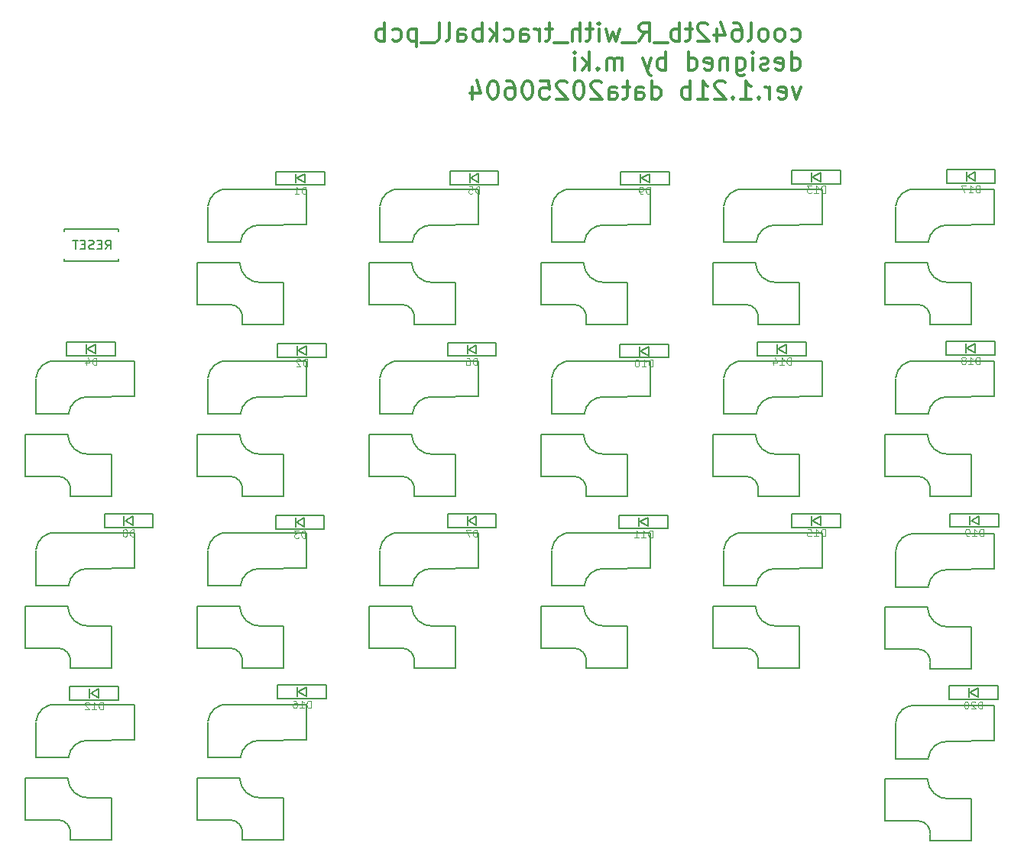
<source format=gbr>
%TF.GenerationSoftware,KiCad,Pcbnew,8.0.7*%
%TF.CreationDate,2025-06-04T19:27:18+09:00*%
%TF.ProjectId,cool642tb_R_v121,636f6f6c-3634-4327-9462-5f525f763132,rev?*%
%TF.SameCoordinates,Original*%
%TF.FileFunction,Legend,Bot*%
%TF.FilePolarity,Positive*%
%FSLAX46Y46*%
G04 Gerber Fmt 4.6, Leading zero omitted, Abs format (unit mm)*
G04 Created by KiCad (PCBNEW 8.0.7) date 2025-06-04 19:27:18*
%MOMM*%
%LPD*%
G01*
G04 APERTURE LIST*
%ADD10C,0.300000*%
%ADD11C,0.125000*%
%ADD12C,0.150000*%
G04 APERTURE END LIST*
D10*
X58549298Y23325376D02*
X58739774Y23230137D01*
X58739774Y23230137D02*
X59120727Y23230137D01*
X59120727Y23230137D02*
X59311203Y23325376D01*
X59311203Y23325376D02*
X59406441Y23420614D01*
X59406441Y23420614D02*
X59501679Y23611090D01*
X59501679Y23611090D02*
X59501679Y24182518D01*
X59501679Y24182518D02*
X59406441Y24372995D01*
X59406441Y24372995D02*
X59311203Y24468233D01*
X59311203Y24468233D02*
X59120727Y24563471D01*
X59120727Y24563471D02*
X58739774Y24563471D01*
X58739774Y24563471D02*
X58549298Y24468233D01*
X57406441Y23230137D02*
X57596917Y23325376D01*
X57596917Y23325376D02*
X57692155Y23420614D01*
X57692155Y23420614D02*
X57787393Y23611090D01*
X57787393Y23611090D02*
X57787393Y24182518D01*
X57787393Y24182518D02*
X57692155Y24372995D01*
X57692155Y24372995D02*
X57596917Y24468233D01*
X57596917Y24468233D02*
X57406441Y24563471D01*
X57406441Y24563471D02*
X57120726Y24563471D01*
X57120726Y24563471D02*
X56930250Y24468233D01*
X56930250Y24468233D02*
X56835012Y24372995D01*
X56835012Y24372995D02*
X56739774Y24182518D01*
X56739774Y24182518D02*
X56739774Y23611090D01*
X56739774Y23611090D02*
X56835012Y23420614D01*
X56835012Y23420614D02*
X56930250Y23325376D01*
X56930250Y23325376D02*
X57120726Y23230137D01*
X57120726Y23230137D02*
X57406441Y23230137D01*
X55596917Y23230137D02*
X55787393Y23325376D01*
X55787393Y23325376D02*
X55882631Y23420614D01*
X55882631Y23420614D02*
X55977869Y23611090D01*
X55977869Y23611090D02*
X55977869Y24182518D01*
X55977869Y24182518D02*
X55882631Y24372995D01*
X55882631Y24372995D02*
X55787393Y24468233D01*
X55787393Y24468233D02*
X55596917Y24563471D01*
X55596917Y24563471D02*
X55311202Y24563471D01*
X55311202Y24563471D02*
X55120726Y24468233D01*
X55120726Y24468233D02*
X55025488Y24372995D01*
X55025488Y24372995D02*
X54930250Y24182518D01*
X54930250Y24182518D02*
X54930250Y23611090D01*
X54930250Y23611090D02*
X55025488Y23420614D01*
X55025488Y23420614D02*
X55120726Y23325376D01*
X55120726Y23325376D02*
X55311202Y23230137D01*
X55311202Y23230137D02*
X55596917Y23230137D01*
X53787393Y23230137D02*
X53977869Y23325376D01*
X53977869Y23325376D02*
X54073107Y23515852D01*
X54073107Y23515852D02*
X54073107Y25230137D01*
X52168345Y25230137D02*
X52549298Y25230137D01*
X52549298Y25230137D02*
X52739774Y25134899D01*
X52739774Y25134899D02*
X52835012Y25039661D01*
X52835012Y25039661D02*
X53025488Y24753947D01*
X53025488Y24753947D02*
X53120726Y24372995D01*
X53120726Y24372995D02*
X53120726Y23611090D01*
X53120726Y23611090D02*
X53025488Y23420614D01*
X53025488Y23420614D02*
X52930250Y23325376D01*
X52930250Y23325376D02*
X52739774Y23230137D01*
X52739774Y23230137D02*
X52358821Y23230137D01*
X52358821Y23230137D02*
X52168345Y23325376D01*
X52168345Y23325376D02*
X52073107Y23420614D01*
X52073107Y23420614D02*
X51977869Y23611090D01*
X51977869Y23611090D02*
X51977869Y24087280D01*
X51977869Y24087280D02*
X52073107Y24277756D01*
X52073107Y24277756D02*
X52168345Y24372995D01*
X52168345Y24372995D02*
X52358821Y24468233D01*
X52358821Y24468233D02*
X52739774Y24468233D01*
X52739774Y24468233D02*
X52930250Y24372995D01*
X52930250Y24372995D02*
X53025488Y24277756D01*
X53025488Y24277756D02*
X53120726Y24087280D01*
X50263583Y24563471D02*
X50263583Y23230137D01*
X50739774Y25325376D02*
X51215964Y23896804D01*
X51215964Y23896804D02*
X49977869Y23896804D01*
X49311202Y25039661D02*
X49215964Y25134899D01*
X49215964Y25134899D02*
X49025488Y25230137D01*
X49025488Y25230137D02*
X48549297Y25230137D01*
X48549297Y25230137D02*
X48358821Y25134899D01*
X48358821Y25134899D02*
X48263583Y25039661D01*
X48263583Y25039661D02*
X48168345Y24849185D01*
X48168345Y24849185D02*
X48168345Y24658709D01*
X48168345Y24658709D02*
X48263583Y24372995D01*
X48263583Y24372995D02*
X49406440Y23230137D01*
X49406440Y23230137D02*
X48168345Y23230137D01*
X47596916Y24563471D02*
X46835012Y24563471D01*
X47311202Y25230137D02*
X47311202Y23515852D01*
X47311202Y23515852D02*
X47215964Y23325376D01*
X47215964Y23325376D02*
X47025488Y23230137D01*
X47025488Y23230137D02*
X46835012Y23230137D01*
X46168345Y23230137D02*
X46168345Y25230137D01*
X46168345Y24468233D02*
X45977869Y24563471D01*
X45977869Y24563471D02*
X45596916Y24563471D01*
X45596916Y24563471D02*
X45406440Y24468233D01*
X45406440Y24468233D02*
X45311202Y24372995D01*
X45311202Y24372995D02*
X45215964Y24182518D01*
X45215964Y24182518D02*
X45215964Y23611090D01*
X45215964Y23611090D02*
X45311202Y23420614D01*
X45311202Y23420614D02*
X45406440Y23325376D01*
X45406440Y23325376D02*
X45596916Y23230137D01*
X45596916Y23230137D02*
X45977869Y23230137D01*
X45977869Y23230137D02*
X46168345Y23325376D01*
X44835012Y23039661D02*
X43311202Y23039661D01*
X41692154Y23230137D02*
X42358821Y24182518D01*
X42835011Y23230137D02*
X42835011Y25230137D01*
X42835011Y25230137D02*
X42073106Y25230137D01*
X42073106Y25230137D02*
X41882630Y25134899D01*
X41882630Y25134899D02*
X41787392Y25039661D01*
X41787392Y25039661D02*
X41692154Y24849185D01*
X41692154Y24849185D02*
X41692154Y24563471D01*
X41692154Y24563471D02*
X41787392Y24372995D01*
X41787392Y24372995D02*
X41882630Y24277756D01*
X41882630Y24277756D02*
X42073106Y24182518D01*
X42073106Y24182518D02*
X42835011Y24182518D01*
X41311202Y23039661D02*
X39787392Y23039661D01*
X39501677Y24563471D02*
X39120725Y23230137D01*
X39120725Y23230137D02*
X38739772Y24182518D01*
X38739772Y24182518D02*
X38358820Y23230137D01*
X38358820Y23230137D02*
X37977868Y24563471D01*
X37215963Y23230137D02*
X37215963Y24563471D01*
X37215963Y25230137D02*
X37311201Y25134899D01*
X37311201Y25134899D02*
X37215963Y25039661D01*
X37215963Y25039661D02*
X37120725Y25134899D01*
X37120725Y25134899D02*
X37215963Y25230137D01*
X37215963Y25230137D02*
X37215963Y25039661D01*
X36549296Y24563471D02*
X35787392Y24563471D01*
X36263582Y25230137D02*
X36263582Y23515852D01*
X36263582Y23515852D02*
X36168344Y23325376D01*
X36168344Y23325376D02*
X35977868Y23230137D01*
X35977868Y23230137D02*
X35787392Y23230137D01*
X35120725Y23230137D02*
X35120725Y25230137D01*
X34263582Y23230137D02*
X34263582Y24277756D01*
X34263582Y24277756D02*
X34358820Y24468233D01*
X34358820Y24468233D02*
X34549296Y24563471D01*
X34549296Y24563471D02*
X34835011Y24563471D01*
X34835011Y24563471D02*
X35025487Y24468233D01*
X35025487Y24468233D02*
X35120725Y24372995D01*
X33787392Y23039661D02*
X32263582Y23039661D01*
X32073105Y24563471D02*
X31311201Y24563471D01*
X31787391Y25230137D02*
X31787391Y23515852D01*
X31787391Y23515852D02*
X31692153Y23325376D01*
X31692153Y23325376D02*
X31501677Y23230137D01*
X31501677Y23230137D02*
X31311201Y23230137D01*
X30644534Y23230137D02*
X30644534Y24563471D01*
X30644534Y24182518D02*
X30549296Y24372995D01*
X30549296Y24372995D02*
X30454058Y24468233D01*
X30454058Y24468233D02*
X30263582Y24563471D01*
X30263582Y24563471D02*
X30073105Y24563471D01*
X28549296Y23230137D02*
X28549296Y24277756D01*
X28549296Y24277756D02*
X28644534Y24468233D01*
X28644534Y24468233D02*
X28835010Y24563471D01*
X28835010Y24563471D02*
X29215963Y24563471D01*
X29215963Y24563471D02*
X29406439Y24468233D01*
X28549296Y23325376D02*
X28739772Y23230137D01*
X28739772Y23230137D02*
X29215963Y23230137D01*
X29215963Y23230137D02*
X29406439Y23325376D01*
X29406439Y23325376D02*
X29501677Y23515852D01*
X29501677Y23515852D02*
X29501677Y23706328D01*
X29501677Y23706328D02*
X29406439Y23896804D01*
X29406439Y23896804D02*
X29215963Y23992042D01*
X29215963Y23992042D02*
X28739772Y23992042D01*
X28739772Y23992042D02*
X28549296Y24087280D01*
X26739772Y23325376D02*
X26930248Y23230137D01*
X26930248Y23230137D02*
X27311201Y23230137D01*
X27311201Y23230137D02*
X27501677Y23325376D01*
X27501677Y23325376D02*
X27596915Y23420614D01*
X27596915Y23420614D02*
X27692153Y23611090D01*
X27692153Y23611090D02*
X27692153Y24182518D01*
X27692153Y24182518D02*
X27596915Y24372995D01*
X27596915Y24372995D02*
X27501677Y24468233D01*
X27501677Y24468233D02*
X27311201Y24563471D01*
X27311201Y24563471D02*
X26930248Y24563471D01*
X26930248Y24563471D02*
X26739772Y24468233D01*
X25882629Y23230137D02*
X25882629Y25230137D01*
X25692153Y23992042D02*
X25120724Y23230137D01*
X25120724Y24563471D02*
X25882629Y23801566D01*
X24263581Y23230137D02*
X24263581Y25230137D01*
X24263581Y24468233D02*
X24073105Y24563471D01*
X24073105Y24563471D02*
X23692152Y24563471D01*
X23692152Y24563471D02*
X23501676Y24468233D01*
X23501676Y24468233D02*
X23406438Y24372995D01*
X23406438Y24372995D02*
X23311200Y24182518D01*
X23311200Y24182518D02*
X23311200Y23611090D01*
X23311200Y23611090D02*
X23406438Y23420614D01*
X23406438Y23420614D02*
X23501676Y23325376D01*
X23501676Y23325376D02*
X23692152Y23230137D01*
X23692152Y23230137D02*
X24073105Y23230137D01*
X24073105Y23230137D02*
X24263581Y23325376D01*
X21596914Y23230137D02*
X21596914Y24277756D01*
X21596914Y24277756D02*
X21692152Y24468233D01*
X21692152Y24468233D02*
X21882628Y24563471D01*
X21882628Y24563471D02*
X22263581Y24563471D01*
X22263581Y24563471D02*
X22454057Y24468233D01*
X21596914Y23325376D02*
X21787390Y23230137D01*
X21787390Y23230137D02*
X22263581Y23230137D01*
X22263581Y23230137D02*
X22454057Y23325376D01*
X22454057Y23325376D02*
X22549295Y23515852D01*
X22549295Y23515852D02*
X22549295Y23706328D01*
X22549295Y23706328D02*
X22454057Y23896804D01*
X22454057Y23896804D02*
X22263581Y23992042D01*
X22263581Y23992042D02*
X21787390Y23992042D01*
X21787390Y23992042D02*
X21596914Y24087280D01*
X20358819Y23230137D02*
X20549295Y23325376D01*
X20549295Y23325376D02*
X20644533Y23515852D01*
X20644533Y23515852D02*
X20644533Y25230137D01*
X19311200Y23230137D02*
X19501676Y23325376D01*
X19501676Y23325376D02*
X19596914Y23515852D01*
X19596914Y23515852D02*
X19596914Y25230137D01*
X19025486Y23039661D02*
X17501676Y23039661D01*
X17025485Y24563471D02*
X17025485Y22563471D01*
X17025485Y24468233D02*
X16835009Y24563471D01*
X16835009Y24563471D02*
X16454056Y24563471D01*
X16454056Y24563471D02*
X16263580Y24468233D01*
X16263580Y24468233D02*
X16168342Y24372995D01*
X16168342Y24372995D02*
X16073104Y24182518D01*
X16073104Y24182518D02*
X16073104Y23611090D01*
X16073104Y23611090D02*
X16168342Y23420614D01*
X16168342Y23420614D02*
X16263580Y23325376D01*
X16263580Y23325376D02*
X16454056Y23230137D01*
X16454056Y23230137D02*
X16835009Y23230137D01*
X16835009Y23230137D02*
X17025485Y23325376D01*
X14358818Y23325376D02*
X14549294Y23230137D01*
X14549294Y23230137D02*
X14930247Y23230137D01*
X14930247Y23230137D02*
X15120723Y23325376D01*
X15120723Y23325376D02*
X15215961Y23420614D01*
X15215961Y23420614D02*
X15311199Y23611090D01*
X15311199Y23611090D02*
X15311199Y24182518D01*
X15311199Y24182518D02*
X15215961Y24372995D01*
X15215961Y24372995D02*
X15120723Y24468233D01*
X15120723Y24468233D02*
X14930247Y24563471D01*
X14930247Y24563471D02*
X14549294Y24563471D01*
X14549294Y24563471D02*
X14358818Y24468233D01*
X13501675Y23230137D02*
X13501675Y25230137D01*
X13501675Y24468233D02*
X13311199Y24563471D01*
X13311199Y24563471D02*
X12930246Y24563471D01*
X12930246Y24563471D02*
X12739770Y24468233D01*
X12739770Y24468233D02*
X12644532Y24372995D01*
X12644532Y24372995D02*
X12549294Y24182518D01*
X12549294Y24182518D02*
X12549294Y23611090D01*
X12549294Y23611090D02*
X12644532Y23420614D01*
X12644532Y23420614D02*
X12739770Y23325376D01*
X12739770Y23325376D02*
X12930246Y23230137D01*
X12930246Y23230137D02*
X13311199Y23230137D01*
X13311199Y23230137D02*
X13501675Y23325376D01*
X58549298Y20010249D02*
X58549298Y22010249D01*
X58549298Y20105488D02*
X58739774Y20010249D01*
X58739774Y20010249D02*
X59120727Y20010249D01*
X59120727Y20010249D02*
X59311203Y20105488D01*
X59311203Y20105488D02*
X59406441Y20200726D01*
X59406441Y20200726D02*
X59501679Y20391202D01*
X59501679Y20391202D02*
X59501679Y20962630D01*
X59501679Y20962630D02*
X59406441Y21153107D01*
X59406441Y21153107D02*
X59311203Y21248345D01*
X59311203Y21248345D02*
X59120727Y21343583D01*
X59120727Y21343583D02*
X58739774Y21343583D01*
X58739774Y21343583D02*
X58549298Y21248345D01*
X56835012Y20105488D02*
X57025488Y20010249D01*
X57025488Y20010249D02*
X57406441Y20010249D01*
X57406441Y20010249D02*
X57596917Y20105488D01*
X57596917Y20105488D02*
X57692155Y20295964D01*
X57692155Y20295964D02*
X57692155Y21057868D01*
X57692155Y21057868D02*
X57596917Y21248345D01*
X57596917Y21248345D02*
X57406441Y21343583D01*
X57406441Y21343583D02*
X57025488Y21343583D01*
X57025488Y21343583D02*
X56835012Y21248345D01*
X56835012Y21248345D02*
X56739774Y21057868D01*
X56739774Y21057868D02*
X56739774Y20867392D01*
X56739774Y20867392D02*
X57692155Y20676916D01*
X55977869Y20105488D02*
X55787393Y20010249D01*
X55787393Y20010249D02*
X55406441Y20010249D01*
X55406441Y20010249D02*
X55215964Y20105488D01*
X55215964Y20105488D02*
X55120726Y20295964D01*
X55120726Y20295964D02*
X55120726Y20391202D01*
X55120726Y20391202D02*
X55215964Y20581678D01*
X55215964Y20581678D02*
X55406441Y20676916D01*
X55406441Y20676916D02*
X55692155Y20676916D01*
X55692155Y20676916D02*
X55882631Y20772154D01*
X55882631Y20772154D02*
X55977869Y20962630D01*
X55977869Y20962630D02*
X55977869Y21057868D01*
X55977869Y21057868D02*
X55882631Y21248345D01*
X55882631Y21248345D02*
X55692155Y21343583D01*
X55692155Y21343583D02*
X55406441Y21343583D01*
X55406441Y21343583D02*
X55215964Y21248345D01*
X54263583Y20010249D02*
X54263583Y21343583D01*
X54263583Y22010249D02*
X54358821Y21915011D01*
X54358821Y21915011D02*
X54263583Y21819773D01*
X54263583Y21819773D02*
X54168345Y21915011D01*
X54168345Y21915011D02*
X54263583Y22010249D01*
X54263583Y22010249D02*
X54263583Y21819773D01*
X52454059Y21343583D02*
X52454059Y19724535D01*
X52454059Y19724535D02*
X52549297Y19534059D01*
X52549297Y19534059D02*
X52644535Y19438821D01*
X52644535Y19438821D02*
X52835012Y19343583D01*
X52835012Y19343583D02*
X53120726Y19343583D01*
X53120726Y19343583D02*
X53311202Y19438821D01*
X52454059Y20105488D02*
X52644535Y20010249D01*
X52644535Y20010249D02*
X53025488Y20010249D01*
X53025488Y20010249D02*
X53215964Y20105488D01*
X53215964Y20105488D02*
X53311202Y20200726D01*
X53311202Y20200726D02*
X53406440Y20391202D01*
X53406440Y20391202D02*
X53406440Y20962630D01*
X53406440Y20962630D02*
X53311202Y21153107D01*
X53311202Y21153107D02*
X53215964Y21248345D01*
X53215964Y21248345D02*
X53025488Y21343583D01*
X53025488Y21343583D02*
X52644535Y21343583D01*
X52644535Y21343583D02*
X52454059Y21248345D01*
X51501678Y21343583D02*
X51501678Y20010249D01*
X51501678Y21153107D02*
X51406440Y21248345D01*
X51406440Y21248345D02*
X51215964Y21343583D01*
X51215964Y21343583D02*
X50930249Y21343583D01*
X50930249Y21343583D02*
X50739773Y21248345D01*
X50739773Y21248345D02*
X50644535Y21057868D01*
X50644535Y21057868D02*
X50644535Y20010249D01*
X48930249Y20105488D02*
X49120725Y20010249D01*
X49120725Y20010249D02*
X49501678Y20010249D01*
X49501678Y20010249D02*
X49692154Y20105488D01*
X49692154Y20105488D02*
X49787392Y20295964D01*
X49787392Y20295964D02*
X49787392Y21057868D01*
X49787392Y21057868D02*
X49692154Y21248345D01*
X49692154Y21248345D02*
X49501678Y21343583D01*
X49501678Y21343583D02*
X49120725Y21343583D01*
X49120725Y21343583D02*
X48930249Y21248345D01*
X48930249Y21248345D02*
X48835011Y21057868D01*
X48835011Y21057868D02*
X48835011Y20867392D01*
X48835011Y20867392D02*
X49787392Y20676916D01*
X47120725Y20010249D02*
X47120725Y22010249D01*
X47120725Y20105488D02*
X47311201Y20010249D01*
X47311201Y20010249D02*
X47692154Y20010249D01*
X47692154Y20010249D02*
X47882630Y20105488D01*
X47882630Y20105488D02*
X47977868Y20200726D01*
X47977868Y20200726D02*
X48073106Y20391202D01*
X48073106Y20391202D02*
X48073106Y20962630D01*
X48073106Y20962630D02*
X47977868Y21153107D01*
X47977868Y21153107D02*
X47882630Y21248345D01*
X47882630Y21248345D02*
X47692154Y21343583D01*
X47692154Y21343583D02*
X47311201Y21343583D01*
X47311201Y21343583D02*
X47120725Y21248345D01*
X44644534Y20010249D02*
X44644534Y22010249D01*
X44644534Y21248345D02*
X44454058Y21343583D01*
X44454058Y21343583D02*
X44073105Y21343583D01*
X44073105Y21343583D02*
X43882629Y21248345D01*
X43882629Y21248345D02*
X43787391Y21153107D01*
X43787391Y21153107D02*
X43692153Y20962630D01*
X43692153Y20962630D02*
X43692153Y20391202D01*
X43692153Y20391202D02*
X43787391Y20200726D01*
X43787391Y20200726D02*
X43882629Y20105488D01*
X43882629Y20105488D02*
X44073105Y20010249D01*
X44073105Y20010249D02*
X44454058Y20010249D01*
X44454058Y20010249D02*
X44644534Y20105488D01*
X43025486Y21343583D02*
X42549296Y20010249D01*
X42073105Y21343583D02*
X42549296Y20010249D01*
X42549296Y20010249D02*
X42739772Y19534059D01*
X42739772Y19534059D02*
X42835010Y19438821D01*
X42835010Y19438821D02*
X43025486Y19343583D01*
X39787390Y20010249D02*
X39787390Y21343583D01*
X39787390Y21153107D02*
X39692152Y21248345D01*
X39692152Y21248345D02*
X39501676Y21343583D01*
X39501676Y21343583D02*
X39215961Y21343583D01*
X39215961Y21343583D02*
X39025485Y21248345D01*
X39025485Y21248345D02*
X38930247Y21057868D01*
X38930247Y21057868D02*
X38930247Y20010249D01*
X38930247Y21057868D02*
X38835009Y21248345D01*
X38835009Y21248345D02*
X38644533Y21343583D01*
X38644533Y21343583D02*
X38358819Y21343583D01*
X38358819Y21343583D02*
X38168342Y21248345D01*
X38168342Y21248345D02*
X38073104Y21057868D01*
X38073104Y21057868D02*
X38073104Y20010249D01*
X37120723Y20200726D02*
X37025485Y20105488D01*
X37025485Y20105488D02*
X37120723Y20010249D01*
X37120723Y20010249D02*
X37215961Y20105488D01*
X37215961Y20105488D02*
X37120723Y20200726D01*
X37120723Y20200726D02*
X37120723Y20010249D01*
X36168342Y20010249D02*
X36168342Y22010249D01*
X35977866Y20772154D02*
X35406437Y20010249D01*
X35406437Y21343583D02*
X36168342Y20581678D01*
X34549294Y20010249D02*
X34549294Y21343583D01*
X34549294Y22010249D02*
X34644532Y21915011D01*
X34644532Y21915011D02*
X34549294Y21819773D01*
X34549294Y21819773D02*
X34454056Y21915011D01*
X34454056Y21915011D02*
X34549294Y22010249D01*
X34549294Y22010249D02*
X34549294Y21819773D01*
X59596917Y18123695D02*
X59120727Y16790361D01*
X59120727Y16790361D02*
X58644536Y18123695D01*
X57120726Y16885600D02*
X57311202Y16790361D01*
X57311202Y16790361D02*
X57692155Y16790361D01*
X57692155Y16790361D02*
X57882631Y16885600D01*
X57882631Y16885600D02*
X57977869Y17076076D01*
X57977869Y17076076D02*
X57977869Y17837980D01*
X57977869Y17837980D02*
X57882631Y18028457D01*
X57882631Y18028457D02*
X57692155Y18123695D01*
X57692155Y18123695D02*
X57311202Y18123695D01*
X57311202Y18123695D02*
X57120726Y18028457D01*
X57120726Y18028457D02*
X57025488Y17837980D01*
X57025488Y17837980D02*
X57025488Y17647504D01*
X57025488Y17647504D02*
X57977869Y17457028D01*
X56168345Y16790361D02*
X56168345Y18123695D01*
X56168345Y17742742D02*
X56073107Y17933219D01*
X56073107Y17933219D02*
X55977869Y18028457D01*
X55977869Y18028457D02*
X55787393Y18123695D01*
X55787393Y18123695D02*
X55596916Y18123695D01*
X54930250Y16980838D02*
X54835012Y16885600D01*
X54835012Y16885600D02*
X54930250Y16790361D01*
X54930250Y16790361D02*
X55025488Y16885600D01*
X55025488Y16885600D02*
X54930250Y16980838D01*
X54930250Y16980838D02*
X54930250Y16790361D01*
X52930250Y16790361D02*
X54073107Y16790361D01*
X53501679Y16790361D02*
X53501679Y18790361D01*
X53501679Y18790361D02*
X53692155Y18504647D01*
X53692155Y18504647D02*
X53882631Y18314171D01*
X53882631Y18314171D02*
X54073107Y18218933D01*
X52073107Y16980838D02*
X51977869Y16885600D01*
X51977869Y16885600D02*
X52073107Y16790361D01*
X52073107Y16790361D02*
X52168345Y16885600D01*
X52168345Y16885600D02*
X52073107Y16980838D01*
X52073107Y16980838D02*
X52073107Y16790361D01*
X51215964Y18599885D02*
X51120726Y18695123D01*
X51120726Y18695123D02*
X50930250Y18790361D01*
X50930250Y18790361D02*
X50454059Y18790361D01*
X50454059Y18790361D02*
X50263583Y18695123D01*
X50263583Y18695123D02*
X50168345Y18599885D01*
X50168345Y18599885D02*
X50073107Y18409409D01*
X50073107Y18409409D02*
X50073107Y18218933D01*
X50073107Y18218933D02*
X50168345Y17933219D01*
X50168345Y17933219D02*
X51311202Y16790361D01*
X51311202Y16790361D02*
X50073107Y16790361D01*
X48168345Y16790361D02*
X49311202Y16790361D01*
X48739774Y16790361D02*
X48739774Y18790361D01*
X48739774Y18790361D02*
X48930250Y18504647D01*
X48930250Y18504647D02*
X49120726Y18314171D01*
X49120726Y18314171D02*
X49311202Y18218933D01*
X47311202Y16790361D02*
X47311202Y18790361D01*
X47311202Y18028457D02*
X47120726Y18123695D01*
X47120726Y18123695D02*
X46739773Y18123695D01*
X46739773Y18123695D02*
X46549297Y18028457D01*
X46549297Y18028457D02*
X46454059Y17933219D01*
X46454059Y17933219D02*
X46358821Y17742742D01*
X46358821Y17742742D02*
X46358821Y17171314D01*
X46358821Y17171314D02*
X46454059Y16980838D01*
X46454059Y16980838D02*
X46549297Y16885600D01*
X46549297Y16885600D02*
X46739773Y16790361D01*
X46739773Y16790361D02*
X47120726Y16790361D01*
X47120726Y16790361D02*
X47311202Y16885600D01*
X43120725Y16790361D02*
X43120725Y18790361D01*
X43120725Y16885600D02*
X43311201Y16790361D01*
X43311201Y16790361D02*
X43692154Y16790361D01*
X43692154Y16790361D02*
X43882630Y16885600D01*
X43882630Y16885600D02*
X43977868Y16980838D01*
X43977868Y16980838D02*
X44073106Y17171314D01*
X44073106Y17171314D02*
X44073106Y17742742D01*
X44073106Y17742742D02*
X43977868Y17933219D01*
X43977868Y17933219D02*
X43882630Y18028457D01*
X43882630Y18028457D02*
X43692154Y18123695D01*
X43692154Y18123695D02*
X43311201Y18123695D01*
X43311201Y18123695D02*
X43120725Y18028457D01*
X41311201Y16790361D02*
X41311201Y17837980D01*
X41311201Y17837980D02*
X41406439Y18028457D01*
X41406439Y18028457D02*
X41596915Y18123695D01*
X41596915Y18123695D02*
X41977868Y18123695D01*
X41977868Y18123695D02*
X42168344Y18028457D01*
X41311201Y16885600D02*
X41501677Y16790361D01*
X41501677Y16790361D02*
X41977868Y16790361D01*
X41977868Y16790361D02*
X42168344Y16885600D01*
X42168344Y16885600D02*
X42263582Y17076076D01*
X42263582Y17076076D02*
X42263582Y17266552D01*
X42263582Y17266552D02*
X42168344Y17457028D01*
X42168344Y17457028D02*
X41977868Y17552266D01*
X41977868Y17552266D02*
X41501677Y17552266D01*
X41501677Y17552266D02*
X41311201Y17647504D01*
X40644534Y18123695D02*
X39882630Y18123695D01*
X40358820Y18790361D02*
X40358820Y17076076D01*
X40358820Y17076076D02*
X40263582Y16885600D01*
X40263582Y16885600D02*
X40073106Y16790361D01*
X40073106Y16790361D02*
X39882630Y16790361D01*
X38358820Y16790361D02*
X38358820Y17837980D01*
X38358820Y17837980D02*
X38454058Y18028457D01*
X38454058Y18028457D02*
X38644534Y18123695D01*
X38644534Y18123695D02*
X39025487Y18123695D01*
X39025487Y18123695D02*
X39215963Y18028457D01*
X38358820Y16885600D02*
X38549296Y16790361D01*
X38549296Y16790361D02*
X39025487Y16790361D01*
X39025487Y16790361D02*
X39215963Y16885600D01*
X39215963Y16885600D02*
X39311201Y17076076D01*
X39311201Y17076076D02*
X39311201Y17266552D01*
X39311201Y17266552D02*
X39215963Y17457028D01*
X39215963Y17457028D02*
X39025487Y17552266D01*
X39025487Y17552266D02*
X38549296Y17552266D01*
X38549296Y17552266D02*
X38358820Y17647504D01*
X37501677Y18599885D02*
X37406439Y18695123D01*
X37406439Y18695123D02*
X37215963Y18790361D01*
X37215963Y18790361D02*
X36739772Y18790361D01*
X36739772Y18790361D02*
X36549296Y18695123D01*
X36549296Y18695123D02*
X36454058Y18599885D01*
X36454058Y18599885D02*
X36358820Y18409409D01*
X36358820Y18409409D02*
X36358820Y18218933D01*
X36358820Y18218933D02*
X36454058Y17933219D01*
X36454058Y17933219D02*
X37596915Y16790361D01*
X37596915Y16790361D02*
X36358820Y16790361D01*
X35120725Y18790361D02*
X34930248Y18790361D01*
X34930248Y18790361D02*
X34739772Y18695123D01*
X34739772Y18695123D02*
X34644534Y18599885D01*
X34644534Y18599885D02*
X34549296Y18409409D01*
X34549296Y18409409D02*
X34454058Y18028457D01*
X34454058Y18028457D02*
X34454058Y17552266D01*
X34454058Y17552266D02*
X34549296Y17171314D01*
X34549296Y17171314D02*
X34644534Y16980838D01*
X34644534Y16980838D02*
X34739772Y16885600D01*
X34739772Y16885600D02*
X34930248Y16790361D01*
X34930248Y16790361D02*
X35120725Y16790361D01*
X35120725Y16790361D02*
X35311201Y16885600D01*
X35311201Y16885600D02*
X35406439Y16980838D01*
X35406439Y16980838D02*
X35501677Y17171314D01*
X35501677Y17171314D02*
X35596915Y17552266D01*
X35596915Y17552266D02*
X35596915Y18028457D01*
X35596915Y18028457D02*
X35501677Y18409409D01*
X35501677Y18409409D02*
X35406439Y18599885D01*
X35406439Y18599885D02*
X35311201Y18695123D01*
X35311201Y18695123D02*
X35120725Y18790361D01*
X33692153Y18599885D02*
X33596915Y18695123D01*
X33596915Y18695123D02*
X33406439Y18790361D01*
X33406439Y18790361D02*
X32930248Y18790361D01*
X32930248Y18790361D02*
X32739772Y18695123D01*
X32739772Y18695123D02*
X32644534Y18599885D01*
X32644534Y18599885D02*
X32549296Y18409409D01*
X32549296Y18409409D02*
X32549296Y18218933D01*
X32549296Y18218933D02*
X32644534Y17933219D01*
X32644534Y17933219D02*
X33787391Y16790361D01*
X33787391Y16790361D02*
X32549296Y16790361D01*
X30739772Y18790361D02*
X31692153Y18790361D01*
X31692153Y18790361D02*
X31787391Y17837980D01*
X31787391Y17837980D02*
X31692153Y17933219D01*
X31692153Y17933219D02*
X31501677Y18028457D01*
X31501677Y18028457D02*
X31025486Y18028457D01*
X31025486Y18028457D02*
X30835010Y17933219D01*
X30835010Y17933219D02*
X30739772Y17837980D01*
X30739772Y17837980D02*
X30644534Y17647504D01*
X30644534Y17647504D02*
X30644534Y17171314D01*
X30644534Y17171314D02*
X30739772Y16980838D01*
X30739772Y16980838D02*
X30835010Y16885600D01*
X30835010Y16885600D02*
X31025486Y16790361D01*
X31025486Y16790361D02*
X31501677Y16790361D01*
X31501677Y16790361D02*
X31692153Y16885600D01*
X31692153Y16885600D02*
X31787391Y16980838D01*
X29406439Y18790361D02*
X29215962Y18790361D01*
X29215962Y18790361D02*
X29025486Y18695123D01*
X29025486Y18695123D02*
X28930248Y18599885D01*
X28930248Y18599885D02*
X28835010Y18409409D01*
X28835010Y18409409D02*
X28739772Y18028457D01*
X28739772Y18028457D02*
X28739772Y17552266D01*
X28739772Y17552266D02*
X28835010Y17171314D01*
X28835010Y17171314D02*
X28930248Y16980838D01*
X28930248Y16980838D02*
X29025486Y16885600D01*
X29025486Y16885600D02*
X29215962Y16790361D01*
X29215962Y16790361D02*
X29406439Y16790361D01*
X29406439Y16790361D02*
X29596915Y16885600D01*
X29596915Y16885600D02*
X29692153Y16980838D01*
X29692153Y16980838D02*
X29787391Y17171314D01*
X29787391Y17171314D02*
X29882629Y17552266D01*
X29882629Y17552266D02*
X29882629Y18028457D01*
X29882629Y18028457D02*
X29787391Y18409409D01*
X29787391Y18409409D02*
X29692153Y18599885D01*
X29692153Y18599885D02*
X29596915Y18695123D01*
X29596915Y18695123D02*
X29406439Y18790361D01*
X27025486Y18790361D02*
X27406439Y18790361D01*
X27406439Y18790361D02*
X27596915Y18695123D01*
X27596915Y18695123D02*
X27692153Y18599885D01*
X27692153Y18599885D02*
X27882629Y18314171D01*
X27882629Y18314171D02*
X27977867Y17933219D01*
X27977867Y17933219D02*
X27977867Y17171314D01*
X27977867Y17171314D02*
X27882629Y16980838D01*
X27882629Y16980838D02*
X27787391Y16885600D01*
X27787391Y16885600D02*
X27596915Y16790361D01*
X27596915Y16790361D02*
X27215962Y16790361D01*
X27215962Y16790361D02*
X27025486Y16885600D01*
X27025486Y16885600D02*
X26930248Y16980838D01*
X26930248Y16980838D02*
X26835010Y17171314D01*
X26835010Y17171314D02*
X26835010Y17647504D01*
X26835010Y17647504D02*
X26930248Y17837980D01*
X26930248Y17837980D02*
X27025486Y17933219D01*
X27025486Y17933219D02*
X27215962Y18028457D01*
X27215962Y18028457D02*
X27596915Y18028457D01*
X27596915Y18028457D02*
X27787391Y17933219D01*
X27787391Y17933219D02*
X27882629Y17837980D01*
X27882629Y17837980D02*
X27977867Y17647504D01*
X25596915Y18790361D02*
X25406438Y18790361D01*
X25406438Y18790361D02*
X25215962Y18695123D01*
X25215962Y18695123D02*
X25120724Y18599885D01*
X25120724Y18599885D02*
X25025486Y18409409D01*
X25025486Y18409409D02*
X24930248Y18028457D01*
X24930248Y18028457D02*
X24930248Y17552266D01*
X24930248Y17552266D02*
X25025486Y17171314D01*
X25025486Y17171314D02*
X25120724Y16980838D01*
X25120724Y16980838D02*
X25215962Y16885600D01*
X25215962Y16885600D02*
X25406438Y16790361D01*
X25406438Y16790361D02*
X25596915Y16790361D01*
X25596915Y16790361D02*
X25787391Y16885600D01*
X25787391Y16885600D02*
X25882629Y16980838D01*
X25882629Y16980838D02*
X25977867Y17171314D01*
X25977867Y17171314D02*
X26073105Y17552266D01*
X26073105Y17552266D02*
X26073105Y18028457D01*
X26073105Y18028457D02*
X25977867Y18409409D01*
X25977867Y18409409D02*
X25882629Y18599885D01*
X25882629Y18599885D02*
X25787391Y18695123D01*
X25787391Y18695123D02*
X25596915Y18790361D01*
X23215962Y18123695D02*
X23215962Y16790361D01*
X23692153Y18885600D02*
X24168343Y17457028D01*
X24168343Y17457028D02*
X22930248Y17457028D01*
D11*
X23740475Y-31773595D02*
X23740475Y-30973595D01*
X23740475Y-30973595D02*
X23549999Y-30973595D01*
X23549999Y-30973595D02*
X23435713Y-31011690D01*
X23435713Y-31011690D02*
X23359523Y-31087880D01*
X23359523Y-31087880D02*
X23321428Y-31164071D01*
X23321428Y-31164071D02*
X23283332Y-31316452D01*
X23283332Y-31316452D02*
X23283332Y-31430738D01*
X23283332Y-31430738D02*
X23321428Y-31583119D01*
X23321428Y-31583119D02*
X23359523Y-31659309D01*
X23359523Y-31659309D02*
X23435713Y-31735500D01*
X23435713Y-31735500D02*
X23549999Y-31773595D01*
X23549999Y-31773595D02*
X23740475Y-31773595D01*
X23016666Y-30973595D02*
X22483332Y-30973595D01*
X22483332Y-30973595D02*
X22826190Y-31773595D01*
X43151428Y-31863595D02*
X43151428Y-31063595D01*
X43151428Y-31063595D02*
X42960952Y-31063595D01*
X42960952Y-31063595D02*
X42846666Y-31101690D01*
X42846666Y-31101690D02*
X42770476Y-31177880D01*
X42770476Y-31177880D02*
X42732381Y-31254071D01*
X42732381Y-31254071D02*
X42694285Y-31406452D01*
X42694285Y-31406452D02*
X42694285Y-31520738D01*
X42694285Y-31520738D02*
X42732381Y-31673119D01*
X42732381Y-31673119D02*
X42770476Y-31749309D01*
X42770476Y-31749309D02*
X42846666Y-31825500D01*
X42846666Y-31825500D02*
X42960952Y-31863595D01*
X42960952Y-31863595D02*
X43151428Y-31863595D01*
X41932381Y-31863595D02*
X42389524Y-31863595D01*
X42160952Y-31863595D02*
X42160952Y-31063595D01*
X42160952Y-31063595D02*
X42237143Y-31177880D01*
X42237143Y-31177880D02*
X42313333Y-31254071D01*
X42313333Y-31254071D02*
X42389524Y-31292166D01*
X41170476Y-31863595D02*
X41627619Y-31863595D01*
X41399047Y-31863595D02*
X41399047Y-31063595D01*
X41399047Y-31063595D02*
X41475238Y-31177880D01*
X41475238Y-31177880D02*
X41551428Y-31254071D01*
X41551428Y-31254071D02*
X41627619Y-31292166D01*
X79681428Y-50823595D02*
X79681428Y-50023595D01*
X79681428Y-50023595D02*
X79490952Y-50023595D01*
X79490952Y-50023595D02*
X79376666Y-50061690D01*
X79376666Y-50061690D02*
X79300476Y-50137880D01*
X79300476Y-50137880D02*
X79262381Y-50214071D01*
X79262381Y-50214071D02*
X79224285Y-50366452D01*
X79224285Y-50366452D02*
X79224285Y-50480738D01*
X79224285Y-50480738D02*
X79262381Y-50633119D01*
X79262381Y-50633119D02*
X79300476Y-50709309D01*
X79300476Y-50709309D02*
X79376666Y-50785500D01*
X79376666Y-50785500D02*
X79490952Y-50823595D01*
X79490952Y-50823595D02*
X79681428Y-50823595D01*
X78919524Y-50099785D02*
X78881428Y-50061690D01*
X78881428Y-50061690D02*
X78805238Y-50023595D01*
X78805238Y-50023595D02*
X78614762Y-50023595D01*
X78614762Y-50023595D02*
X78538571Y-50061690D01*
X78538571Y-50061690D02*
X78500476Y-50099785D01*
X78500476Y-50099785D02*
X78462381Y-50175976D01*
X78462381Y-50175976D02*
X78462381Y-50252166D01*
X78462381Y-50252166D02*
X78500476Y-50366452D01*
X78500476Y-50366452D02*
X78957619Y-50823595D01*
X78957619Y-50823595D02*
X78462381Y-50823595D01*
X77967142Y-50023595D02*
X77890952Y-50023595D01*
X77890952Y-50023595D02*
X77814761Y-50061690D01*
X77814761Y-50061690D02*
X77776666Y-50099785D01*
X77776666Y-50099785D02*
X77738571Y-50175976D01*
X77738571Y-50175976D02*
X77700476Y-50328357D01*
X77700476Y-50328357D02*
X77700476Y-50518833D01*
X77700476Y-50518833D02*
X77738571Y-50671214D01*
X77738571Y-50671214D02*
X77776666Y-50747404D01*
X77776666Y-50747404D02*
X77814761Y-50785500D01*
X77814761Y-50785500D02*
X77890952Y-50823595D01*
X77890952Y-50823595D02*
X77967142Y-50823595D01*
X77967142Y-50823595D02*
X78043333Y-50785500D01*
X78043333Y-50785500D02*
X78081428Y-50747404D01*
X78081428Y-50747404D02*
X78119523Y-50671214D01*
X78119523Y-50671214D02*
X78157619Y-50518833D01*
X78157619Y-50518833D02*
X78157619Y-50328357D01*
X78157619Y-50328357D02*
X78119523Y-50175976D01*
X78119523Y-50175976D02*
X78081428Y-50099785D01*
X78081428Y-50099785D02*
X78043333Y-50061690D01*
X78043333Y-50061690D02*
X77967142Y-50023595D01*
X62281428Y6376404D02*
X62281428Y7176404D01*
X62281428Y7176404D02*
X62090952Y7176404D01*
X62090952Y7176404D02*
X61976666Y7138309D01*
X61976666Y7138309D02*
X61900476Y7062119D01*
X61900476Y7062119D02*
X61862381Y6985928D01*
X61862381Y6985928D02*
X61824285Y6833547D01*
X61824285Y6833547D02*
X61824285Y6719261D01*
X61824285Y6719261D02*
X61862381Y6566880D01*
X61862381Y6566880D02*
X61900476Y6490690D01*
X61900476Y6490690D02*
X61976666Y6414500D01*
X61976666Y6414500D02*
X62090952Y6376404D01*
X62090952Y6376404D02*
X62281428Y6376404D01*
X61062381Y6376404D02*
X61519524Y6376404D01*
X61290952Y6376404D02*
X61290952Y7176404D01*
X61290952Y7176404D02*
X61367143Y7062119D01*
X61367143Y7062119D02*
X61443333Y6985928D01*
X61443333Y6985928D02*
X61519524Y6947833D01*
X60795714Y7176404D02*
X60300476Y7176404D01*
X60300476Y7176404D02*
X60567142Y6871642D01*
X60567142Y6871642D02*
X60452857Y6871642D01*
X60452857Y6871642D02*
X60376666Y6833547D01*
X60376666Y6833547D02*
X60338571Y6795452D01*
X60338571Y6795452D02*
X60300476Y6719261D01*
X60300476Y6719261D02*
X60300476Y6528785D01*
X60300476Y6528785D02*
X60338571Y6452595D01*
X60338571Y6452595D02*
X60376666Y6414500D01*
X60376666Y6414500D02*
X60452857Y6376404D01*
X60452857Y6376404D02*
X60681428Y6376404D01*
X60681428Y6376404D02*
X60757619Y6414500D01*
X60757619Y6414500D02*
X60795714Y6452595D01*
X62281428Y-31713595D02*
X62281428Y-30913595D01*
X62281428Y-30913595D02*
X62090952Y-30913595D01*
X62090952Y-30913595D02*
X61976666Y-30951690D01*
X61976666Y-30951690D02*
X61900476Y-31027880D01*
X61900476Y-31027880D02*
X61862381Y-31104071D01*
X61862381Y-31104071D02*
X61824285Y-31256452D01*
X61824285Y-31256452D02*
X61824285Y-31370738D01*
X61824285Y-31370738D02*
X61862381Y-31523119D01*
X61862381Y-31523119D02*
X61900476Y-31599309D01*
X61900476Y-31599309D02*
X61976666Y-31675500D01*
X61976666Y-31675500D02*
X62090952Y-31713595D01*
X62090952Y-31713595D02*
X62281428Y-31713595D01*
X61062381Y-31713595D02*
X61519524Y-31713595D01*
X61290952Y-31713595D02*
X61290952Y-30913595D01*
X61290952Y-30913595D02*
X61367143Y-31027880D01*
X61367143Y-31027880D02*
X61443333Y-31104071D01*
X61443333Y-31104071D02*
X61519524Y-31142166D01*
X60338571Y-30913595D02*
X60719523Y-30913595D01*
X60719523Y-30913595D02*
X60757619Y-31294547D01*
X60757619Y-31294547D02*
X60719523Y-31256452D01*
X60719523Y-31256452D02*
X60643333Y-31218357D01*
X60643333Y-31218357D02*
X60452857Y-31218357D01*
X60452857Y-31218357D02*
X60376666Y-31256452D01*
X60376666Y-31256452D02*
X60338571Y-31294547D01*
X60338571Y-31294547D02*
X60300476Y-31370738D01*
X60300476Y-31370738D02*
X60300476Y-31561214D01*
X60300476Y-31561214D02*
X60338571Y-31637404D01*
X60338571Y-31637404D02*
X60376666Y-31675500D01*
X60376666Y-31675500D02*
X60452857Y-31713595D01*
X60452857Y-31713595D02*
X60643333Y-31713595D01*
X60643333Y-31713595D02*
X60719523Y-31675500D01*
X60719523Y-31675500D02*
X60757619Y-31637404D01*
X4750475Y6236404D02*
X4750475Y7036404D01*
X4750475Y7036404D02*
X4559999Y7036404D01*
X4559999Y7036404D02*
X4445713Y6998309D01*
X4445713Y6998309D02*
X4369523Y6922119D01*
X4369523Y6922119D02*
X4331428Y6845928D01*
X4331428Y6845928D02*
X4293332Y6693547D01*
X4293332Y6693547D02*
X4293332Y6579261D01*
X4293332Y6579261D02*
X4331428Y6426880D01*
X4331428Y6426880D02*
X4369523Y6350690D01*
X4369523Y6350690D02*
X4445713Y6274500D01*
X4445713Y6274500D02*
X4559999Y6236404D01*
X4559999Y6236404D02*
X4750475Y6236404D01*
X3531428Y6236404D02*
X3988571Y6236404D01*
X3759999Y6236404D02*
X3759999Y7036404D01*
X3759999Y7036404D02*
X3836190Y6922119D01*
X3836190Y6922119D02*
X3912380Y6845928D01*
X3912380Y6845928D02*
X3988571Y6807833D01*
X42890475Y6236404D02*
X42890475Y7036404D01*
X42890475Y7036404D02*
X42699999Y7036404D01*
X42699999Y7036404D02*
X42585713Y6998309D01*
X42585713Y6998309D02*
X42509523Y6922119D01*
X42509523Y6922119D02*
X42471428Y6845928D01*
X42471428Y6845928D02*
X42433332Y6693547D01*
X42433332Y6693547D02*
X42433332Y6579261D01*
X42433332Y6579261D02*
X42471428Y6426880D01*
X42471428Y6426880D02*
X42509523Y6350690D01*
X42509523Y6350690D02*
X42585713Y6274500D01*
X42585713Y6274500D02*
X42699999Y6236404D01*
X42699999Y6236404D02*
X42890475Y6236404D01*
X42052380Y6236404D02*
X41899999Y6236404D01*
X41899999Y6236404D02*
X41823809Y6274500D01*
X41823809Y6274500D02*
X41785713Y6312595D01*
X41785713Y6312595D02*
X41709523Y6426880D01*
X41709523Y6426880D02*
X41671428Y6579261D01*
X41671428Y6579261D02*
X41671428Y6884023D01*
X41671428Y6884023D02*
X41709523Y6960214D01*
X41709523Y6960214D02*
X41747618Y6998309D01*
X41747618Y6998309D02*
X41823809Y7036404D01*
X41823809Y7036404D02*
X41976190Y7036404D01*
X41976190Y7036404D02*
X42052380Y6998309D01*
X42052380Y6998309D02*
X42090475Y6960214D01*
X42090475Y6960214D02*
X42128571Y6884023D01*
X42128571Y6884023D02*
X42128571Y6693547D01*
X42128571Y6693547D02*
X42090475Y6617357D01*
X42090475Y6617357D02*
X42052380Y6579261D01*
X42052380Y6579261D02*
X41976190Y6541166D01*
X41976190Y6541166D02*
X41823809Y6541166D01*
X41823809Y6541166D02*
X41747618Y6579261D01*
X41747618Y6579261D02*
X41709523Y6617357D01*
X41709523Y6617357D02*
X41671428Y6693547D01*
X79411428Y6416404D02*
X79411428Y7216404D01*
X79411428Y7216404D02*
X79220952Y7216404D01*
X79220952Y7216404D02*
X79106666Y7178309D01*
X79106666Y7178309D02*
X79030476Y7102119D01*
X79030476Y7102119D02*
X78992381Y7025928D01*
X78992381Y7025928D02*
X78954285Y6873547D01*
X78954285Y6873547D02*
X78954285Y6759261D01*
X78954285Y6759261D02*
X78992381Y6606880D01*
X78992381Y6606880D02*
X79030476Y6530690D01*
X79030476Y6530690D02*
X79106666Y6454500D01*
X79106666Y6454500D02*
X79220952Y6416404D01*
X79220952Y6416404D02*
X79411428Y6416404D01*
X78192381Y6416404D02*
X78649524Y6416404D01*
X78420952Y6416404D02*
X78420952Y7216404D01*
X78420952Y7216404D02*
X78497143Y7102119D01*
X78497143Y7102119D02*
X78573333Y7025928D01*
X78573333Y7025928D02*
X78649524Y6987833D01*
X77925714Y7216404D02*
X77392380Y7216404D01*
X77392380Y7216404D02*
X77735238Y6416404D01*
X-18449524Y-12713595D02*
X-18449524Y-11913595D01*
X-18449524Y-11913595D02*
X-18640000Y-11913595D01*
X-18640000Y-11913595D02*
X-18754286Y-11951690D01*
X-18754286Y-11951690D02*
X-18830476Y-12027880D01*
X-18830476Y-12027880D02*
X-18868571Y-12104071D01*
X-18868571Y-12104071D02*
X-18906667Y-12256452D01*
X-18906667Y-12256452D02*
X-18906667Y-12370738D01*
X-18906667Y-12370738D02*
X-18868571Y-12523119D01*
X-18868571Y-12523119D02*
X-18830476Y-12599309D01*
X-18830476Y-12599309D02*
X-18754286Y-12675500D01*
X-18754286Y-12675500D02*
X-18640000Y-12713595D01*
X-18640000Y-12713595D02*
X-18449524Y-12713595D01*
X-19592381Y-12180261D02*
X-19592381Y-12713595D01*
X-19401905Y-11875500D02*
X-19211428Y-12446928D01*
X-19211428Y-12446928D02*
X-19706667Y-12446928D01*
X5301428Y-50733595D02*
X5301428Y-49933595D01*
X5301428Y-49933595D02*
X5110952Y-49933595D01*
X5110952Y-49933595D02*
X4996666Y-49971690D01*
X4996666Y-49971690D02*
X4920476Y-50047880D01*
X4920476Y-50047880D02*
X4882381Y-50124071D01*
X4882381Y-50124071D02*
X4844285Y-50276452D01*
X4844285Y-50276452D02*
X4844285Y-50390738D01*
X4844285Y-50390738D02*
X4882381Y-50543119D01*
X4882381Y-50543119D02*
X4920476Y-50619309D01*
X4920476Y-50619309D02*
X4996666Y-50695500D01*
X4996666Y-50695500D02*
X5110952Y-50733595D01*
X5110952Y-50733595D02*
X5301428Y-50733595D01*
X4082381Y-50733595D02*
X4539524Y-50733595D01*
X4310952Y-50733595D02*
X4310952Y-49933595D01*
X4310952Y-49933595D02*
X4387143Y-50047880D01*
X4387143Y-50047880D02*
X4463333Y-50124071D01*
X4463333Y-50124071D02*
X4539524Y-50162166D01*
X3396666Y-49933595D02*
X3549047Y-49933595D01*
X3549047Y-49933595D02*
X3625238Y-49971690D01*
X3625238Y-49971690D02*
X3663333Y-50009785D01*
X3663333Y-50009785D02*
X3739523Y-50124071D01*
X3739523Y-50124071D02*
X3777619Y-50276452D01*
X3777619Y-50276452D02*
X3777619Y-50581214D01*
X3777619Y-50581214D02*
X3739523Y-50657404D01*
X3739523Y-50657404D02*
X3701428Y-50695500D01*
X3701428Y-50695500D02*
X3625238Y-50733595D01*
X3625238Y-50733595D02*
X3472857Y-50733595D01*
X3472857Y-50733595D02*
X3396666Y-50695500D01*
X3396666Y-50695500D02*
X3358571Y-50657404D01*
X3358571Y-50657404D02*
X3320476Y-50581214D01*
X3320476Y-50581214D02*
X3320476Y-50390738D01*
X3320476Y-50390738D02*
X3358571Y-50314547D01*
X3358571Y-50314547D02*
X3396666Y-50276452D01*
X3396666Y-50276452D02*
X3472857Y-50238357D01*
X3472857Y-50238357D02*
X3625238Y-50238357D01*
X3625238Y-50238357D02*
X3701428Y-50276452D01*
X3701428Y-50276452D02*
X3739523Y-50314547D01*
X3739523Y-50314547D02*
X3777619Y-50390738D01*
X4695475Y-31893595D02*
X4695475Y-31093595D01*
X4695475Y-31093595D02*
X4504999Y-31093595D01*
X4504999Y-31093595D02*
X4390713Y-31131690D01*
X4390713Y-31131690D02*
X4314523Y-31207880D01*
X4314523Y-31207880D02*
X4276428Y-31284071D01*
X4276428Y-31284071D02*
X4238332Y-31436452D01*
X4238332Y-31436452D02*
X4238332Y-31550738D01*
X4238332Y-31550738D02*
X4276428Y-31703119D01*
X4276428Y-31703119D02*
X4314523Y-31779309D01*
X4314523Y-31779309D02*
X4390713Y-31855500D01*
X4390713Y-31855500D02*
X4504999Y-31893595D01*
X4504999Y-31893595D02*
X4695475Y-31893595D01*
X3971666Y-31093595D02*
X3476428Y-31093595D01*
X3476428Y-31093595D02*
X3743094Y-31398357D01*
X3743094Y-31398357D02*
X3628809Y-31398357D01*
X3628809Y-31398357D02*
X3552618Y-31436452D01*
X3552618Y-31436452D02*
X3514523Y-31474547D01*
X3514523Y-31474547D02*
X3476428Y-31550738D01*
X3476428Y-31550738D02*
X3476428Y-31741214D01*
X3476428Y-31741214D02*
X3514523Y-31817404D01*
X3514523Y-31817404D02*
X3552618Y-31855500D01*
X3552618Y-31855500D02*
X3628809Y-31893595D01*
X3628809Y-31893595D02*
X3857380Y-31893595D01*
X3857380Y-31893595D02*
X3933571Y-31855500D01*
X3933571Y-31855500D02*
X3971666Y-31817404D01*
X79826428Y-31703595D02*
X79826428Y-30903595D01*
X79826428Y-30903595D02*
X79635952Y-30903595D01*
X79635952Y-30903595D02*
X79521666Y-30941690D01*
X79521666Y-30941690D02*
X79445476Y-31017880D01*
X79445476Y-31017880D02*
X79407381Y-31094071D01*
X79407381Y-31094071D02*
X79369285Y-31246452D01*
X79369285Y-31246452D02*
X79369285Y-31360738D01*
X79369285Y-31360738D02*
X79407381Y-31513119D01*
X79407381Y-31513119D02*
X79445476Y-31589309D01*
X79445476Y-31589309D02*
X79521666Y-31665500D01*
X79521666Y-31665500D02*
X79635952Y-31703595D01*
X79635952Y-31703595D02*
X79826428Y-31703595D01*
X78607381Y-31703595D02*
X79064524Y-31703595D01*
X78835952Y-31703595D02*
X78835952Y-30903595D01*
X78835952Y-30903595D02*
X78912143Y-31017880D01*
X78912143Y-31017880D02*
X78988333Y-31094071D01*
X78988333Y-31094071D02*
X79064524Y-31132166D01*
X78226428Y-31703595D02*
X78074047Y-31703595D01*
X78074047Y-31703595D02*
X77997857Y-31665500D01*
X77997857Y-31665500D02*
X77959761Y-31627404D01*
X77959761Y-31627404D02*
X77883571Y-31513119D01*
X77883571Y-31513119D02*
X77845476Y-31360738D01*
X77845476Y-31360738D02*
X77845476Y-31055976D01*
X77845476Y-31055976D02*
X77883571Y-30979785D01*
X77883571Y-30979785D02*
X77921666Y-30941690D01*
X77921666Y-30941690D02*
X77997857Y-30903595D01*
X77997857Y-30903595D02*
X78150238Y-30903595D01*
X78150238Y-30903595D02*
X78226428Y-30941690D01*
X78226428Y-30941690D02*
X78264523Y-30979785D01*
X78264523Y-30979785D02*
X78302619Y-31055976D01*
X78302619Y-31055976D02*
X78302619Y-31246452D01*
X78302619Y-31246452D02*
X78264523Y-31322642D01*
X78264523Y-31322642D02*
X78226428Y-31360738D01*
X78226428Y-31360738D02*
X78150238Y-31398833D01*
X78150238Y-31398833D02*
X77997857Y-31398833D01*
X77997857Y-31398833D02*
X77921666Y-31360738D01*
X77921666Y-31360738D02*
X77883571Y-31322642D01*
X77883571Y-31322642D02*
X77845476Y-31246452D01*
X43211428Y-12913595D02*
X43211428Y-12113595D01*
X43211428Y-12113595D02*
X43020952Y-12113595D01*
X43020952Y-12113595D02*
X42906666Y-12151690D01*
X42906666Y-12151690D02*
X42830476Y-12227880D01*
X42830476Y-12227880D02*
X42792381Y-12304071D01*
X42792381Y-12304071D02*
X42754285Y-12456452D01*
X42754285Y-12456452D02*
X42754285Y-12570738D01*
X42754285Y-12570738D02*
X42792381Y-12723119D01*
X42792381Y-12723119D02*
X42830476Y-12799309D01*
X42830476Y-12799309D02*
X42906666Y-12875500D01*
X42906666Y-12875500D02*
X43020952Y-12913595D01*
X43020952Y-12913595D02*
X43211428Y-12913595D01*
X41992381Y-12913595D02*
X42449524Y-12913595D01*
X42220952Y-12913595D02*
X42220952Y-12113595D01*
X42220952Y-12113595D02*
X42297143Y-12227880D01*
X42297143Y-12227880D02*
X42373333Y-12304071D01*
X42373333Y-12304071D02*
X42449524Y-12342166D01*
X41497142Y-12113595D02*
X41420952Y-12113595D01*
X41420952Y-12113595D02*
X41344761Y-12151690D01*
X41344761Y-12151690D02*
X41306666Y-12189785D01*
X41306666Y-12189785D02*
X41268571Y-12265976D01*
X41268571Y-12265976D02*
X41230476Y-12418357D01*
X41230476Y-12418357D02*
X41230476Y-12608833D01*
X41230476Y-12608833D02*
X41268571Y-12761214D01*
X41268571Y-12761214D02*
X41306666Y-12837404D01*
X41306666Y-12837404D02*
X41344761Y-12875500D01*
X41344761Y-12875500D02*
X41420952Y-12913595D01*
X41420952Y-12913595D02*
X41497142Y-12913595D01*
X41497142Y-12913595D02*
X41573333Y-12875500D01*
X41573333Y-12875500D02*
X41611428Y-12837404D01*
X41611428Y-12837404D02*
X41649523Y-12761214D01*
X41649523Y-12761214D02*
X41687619Y-12608833D01*
X41687619Y-12608833D02*
X41687619Y-12418357D01*
X41687619Y-12418357D02*
X41649523Y-12265976D01*
X41649523Y-12265976D02*
X41611428Y-12189785D01*
X41611428Y-12189785D02*
X41573333Y-12151690D01*
X41573333Y-12151690D02*
X41497142Y-12113595D01*
X4900475Y-12843595D02*
X4900475Y-12043595D01*
X4900475Y-12043595D02*
X4709999Y-12043595D01*
X4709999Y-12043595D02*
X4595713Y-12081690D01*
X4595713Y-12081690D02*
X4519523Y-12157880D01*
X4519523Y-12157880D02*
X4481428Y-12234071D01*
X4481428Y-12234071D02*
X4443332Y-12386452D01*
X4443332Y-12386452D02*
X4443332Y-12500738D01*
X4443332Y-12500738D02*
X4481428Y-12653119D01*
X4481428Y-12653119D02*
X4519523Y-12729309D01*
X4519523Y-12729309D02*
X4595713Y-12805500D01*
X4595713Y-12805500D02*
X4709999Y-12843595D01*
X4709999Y-12843595D02*
X4900475Y-12843595D01*
X4138571Y-12119785D02*
X4100475Y-12081690D01*
X4100475Y-12081690D02*
X4024285Y-12043595D01*
X4024285Y-12043595D02*
X3833809Y-12043595D01*
X3833809Y-12043595D02*
X3757618Y-12081690D01*
X3757618Y-12081690D02*
X3719523Y-12119785D01*
X3719523Y-12119785D02*
X3681428Y-12195976D01*
X3681428Y-12195976D02*
X3681428Y-12272166D01*
X3681428Y-12272166D02*
X3719523Y-12386452D01*
X3719523Y-12386452D02*
X4176666Y-12843595D01*
X4176666Y-12843595D02*
X3681428Y-12843595D01*
X23740475Y-12743595D02*
X23740475Y-11943595D01*
X23740475Y-11943595D02*
X23549999Y-11943595D01*
X23549999Y-11943595D02*
X23435713Y-11981690D01*
X23435713Y-11981690D02*
X23359523Y-12057880D01*
X23359523Y-12057880D02*
X23321428Y-12134071D01*
X23321428Y-12134071D02*
X23283332Y-12286452D01*
X23283332Y-12286452D02*
X23283332Y-12400738D01*
X23283332Y-12400738D02*
X23321428Y-12553119D01*
X23321428Y-12553119D02*
X23359523Y-12629309D01*
X23359523Y-12629309D02*
X23435713Y-12705500D01*
X23435713Y-12705500D02*
X23549999Y-12743595D01*
X23549999Y-12743595D02*
X23740475Y-12743595D01*
X22597618Y-11943595D02*
X22749999Y-11943595D01*
X22749999Y-11943595D02*
X22826190Y-11981690D01*
X22826190Y-11981690D02*
X22864285Y-12019785D01*
X22864285Y-12019785D02*
X22940475Y-12134071D01*
X22940475Y-12134071D02*
X22978571Y-12286452D01*
X22978571Y-12286452D02*
X22978571Y-12591214D01*
X22978571Y-12591214D02*
X22940475Y-12667404D01*
X22940475Y-12667404D02*
X22902380Y-12705500D01*
X22902380Y-12705500D02*
X22826190Y-12743595D01*
X22826190Y-12743595D02*
X22673809Y-12743595D01*
X22673809Y-12743595D02*
X22597618Y-12705500D01*
X22597618Y-12705500D02*
X22559523Y-12667404D01*
X22559523Y-12667404D02*
X22521428Y-12591214D01*
X22521428Y-12591214D02*
X22521428Y-12400738D01*
X22521428Y-12400738D02*
X22559523Y-12324547D01*
X22559523Y-12324547D02*
X22597618Y-12286452D01*
X22597618Y-12286452D02*
X22673809Y-12248357D01*
X22673809Y-12248357D02*
X22826190Y-12248357D01*
X22826190Y-12248357D02*
X22902380Y-12286452D01*
X22902380Y-12286452D02*
X22940475Y-12324547D01*
X22940475Y-12324547D02*
X22978571Y-12400738D01*
X-14279524Y-31743595D02*
X-14279524Y-30943595D01*
X-14279524Y-30943595D02*
X-14470000Y-30943595D01*
X-14470000Y-30943595D02*
X-14584286Y-30981690D01*
X-14584286Y-30981690D02*
X-14660476Y-31057880D01*
X-14660476Y-31057880D02*
X-14698571Y-31134071D01*
X-14698571Y-31134071D02*
X-14736667Y-31286452D01*
X-14736667Y-31286452D02*
X-14736667Y-31400738D01*
X-14736667Y-31400738D02*
X-14698571Y-31553119D01*
X-14698571Y-31553119D02*
X-14660476Y-31629309D01*
X-14660476Y-31629309D02*
X-14584286Y-31705500D01*
X-14584286Y-31705500D02*
X-14470000Y-31743595D01*
X-14470000Y-31743595D02*
X-14279524Y-31743595D01*
X-15193809Y-31286452D02*
X-15117619Y-31248357D01*
X-15117619Y-31248357D02*
X-15079524Y-31210261D01*
X-15079524Y-31210261D02*
X-15041428Y-31134071D01*
X-15041428Y-31134071D02*
X-15041428Y-31095976D01*
X-15041428Y-31095976D02*
X-15079524Y-31019785D01*
X-15079524Y-31019785D02*
X-15117619Y-30981690D01*
X-15117619Y-30981690D02*
X-15193809Y-30943595D01*
X-15193809Y-30943595D02*
X-15346190Y-30943595D01*
X-15346190Y-30943595D02*
X-15422381Y-30981690D01*
X-15422381Y-30981690D02*
X-15460476Y-31019785D01*
X-15460476Y-31019785D02*
X-15498571Y-31095976D01*
X-15498571Y-31095976D02*
X-15498571Y-31134071D01*
X-15498571Y-31134071D02*
X-15460476Y-31210261D01*
X-15460476Y-31210261D02*
X-15422381Y-31248357D01*
X-15422381Y-31248357D02*
X-15346190Y-31286452D01*
X-15346190Y-31286452D02*
X-15193809Y-31286452D01*
X-15193809Y-31286452D02*
X-15117619Y-31324547D01*
X-15117619Y-31324547D02*
X-15079524Y-31362642D01*
X-15079524Y-31362642D02*
X-15041428Y-31438833D01*
X-15041428Y-31438833D02*
X-15041428Y-31591214D01*
X-15041428Y-31591214D02*
X-15079524Y-31667404D01*
X-15079524Y-31667404D02*
X-15117619Y-31705500D01*
X-15117619Y-31705500D02*
X-15193809Y-31743595D01*
X-15193809Y-31743595D02*
X-15346190Y-31743595D01*
X-15346190Y-31743595D02*
X-15422381Y-31705500D01*
X-15422381Y-31705500D02*
X-15460476Y-31667404D01*
X-15460476Y-31667404D02*
X-15498571Y-31591214D01*
X-15498571Y-31591214D02*
X-15498571Y-31438833D01*
X-15498571Y-31438833D02*
X-15460476Y-31362642D01*
X-15460476Y-31362642D02*
X-15422381Y-31324547D01*
X-15422381Y-31324547D02*
X-15346190Y-31286452D01*
X58461428Y-12693595D02*
X58461428Y-11893595D01*
X58461428Y-11893595D02*
X58270952Y-11893595D01*
X58270952Y-11893595D02*
X58156666Y-11931690D01*
X58156666Y-11931690D02*
X58080476Y-12007880D01*
X58080476Y-12007880D02*
X58042381Y-12084071D01*
X58042381Y-12084071D02*
X58004285Y-12236452D01*
X58004285Y-12236452D02*
X58004285Y-12350738D01*
X58004285Y-12350738D02*
X58042381Y-12503119D01*
X58042381Y-12503119D02*
X58080476Y-12579309D01*
X58080476Y-12579309D02*
X58156666Y-12655500D01*
X58156666Y-12655500D02*
X58270952Y-12693595D01*
X58270952Y-12693595D02*
X58461428Y-12693595D01*
X57242381Y-12693595D02*
X57699524Y-12693595D01*
X57470952Y-12693595D02*
X57470952Y-11893595D01*
X57470952Y-11893595D02*
X57547143Y-12007880D01*
X57547143Y-12007880D02*
X57623333Y-12084071D01*
X57623333Y-12084071D02*
X57699524Y-12122166D01*
X56556666Y-12160261D02*
X56556666Y-12693595D01*
X56747142Y-11855500D02*
X56937619Y-12426928D01*
X56937619Y-12426928D02*
X56442380Y-12426928D01*
X-17718571Y-50903595D02*
X-17718571Y-50103595D01*
X-17718571Y-50103595D02*
X-17909047Y-50103595D01*
X-17909047Y-50103595D02*
X-18023333Y-50141690D01*
X-18023333Y-50141690D02*
X-18099523Y-50217880D01*
X-18099523Y-50217880D02*
X-18137618Y-50294071D01*
X-18137618Y-50294071D02*
X-18175714Y-50446452D01*
X-18175714Y-50446452D02*
X-18175714Y-50560738D01*
X-18175714Y-50560738D02*
X-18137618Y-50713119D01*
X-18137618Y-50713119D02*
X-18099523Y-50789309D01*
X-18099523Y-50789309D02*
X-18023333Y-50865500D01*
X-18023333Y-50865500D02*
X-17909047Y-50903595D01*
X-17909047Y-50903595D02*
X-17718571Y-50903595D01*
X-18937618Y-50903595D02*
X-18480475Y-50903595D01*
X-18709047Y-50903595D02*
X-18709047Y-50103595D01*
X-18709047Y-50103595D02*
X-18632856Y-50217880D01*
X-18632856Y-50217880D02*
X-18556666Y-50294071D01*
X-18556666Y-50294071D02*
X-18480475Y-50332166D01*
X-19242380Y-50179785D02*
X-19280476Y-50141690D01*
X-19280476Y-50141690D02*
X-19356666Y-50103595D01*
X-19356666Y-50103595D02*
X-19547142Y-50103595D01*
X-19547142Y-50103595D02*
X-19623333Y-50141690D01*
X-19623333Y-50141690D02*
X-19661428Y-50179785D01*
X-19661428Y-50179785D02*
X-19699523Y-50255976D01*
X-19699523Y-50255976D02*
X-19699523Y-50332166D01*
X-19699523Y-50332166D02*
X-19661428Y-50446452D01*
X-19661428Y-50446452D02*
X-19204285Y-50903595D01*
X-19204285Y-50903595D02*
X-19699523Y-50903595D01*
X24000475Y6276404D02*
X24000475Y7076404D01*
X24000475Y7076404D02*
X23809999Y7076404D01*
X23809999Y7076404D02*
X23695713Y7038309D01*
X23695713Y7038309D02*
X23619523Y6962119D01*
X23619523Y6962119D02*
X23581428Y6885928D01*
X23581428Y6885928D02*
X23543332Y6733547D01*
X23543332Y6733547D02*
X23543332Y6619261D01*
X23543332Y6619261D02*
X23581428Y6466880D01*
X23581428Y6466880D02*
X23619523Y6390690D01*
X23619523Y6390690D02*
X23695713Y6314500D01*
X23695713Y6314500D02*
X23809999Y6276404D01*
X23809999Y6276404D02*
X24000475Y6276404D01*
X22819523Y7076404D02*
X23200475Y7076404D01*
X23200475Y7076404D02*
X23238571Y6695452D01*
X23238571Y6695452D02*
X23200475Y6733547D01*
X23200475Y6733547D02*
X23124285Y6771642D01*
X23124285Y6771642D02*
X22933809Y6771642D01*
X22933809Y6771642D02*
X22857618Y6733547D01*
X22857618Y6733547D02*
X22819523Y6695452D01*
X22819523Y6695452D02*
X22781428Y6619261D01*
X22781428Y6619261D02*
X22781428Y6428785D01*
X22781428Y6428785D02*
X22819523Y6352595D01*
X22819523Y6352595D02*
X22857618Y6314500D01*
X22857618Y6314500D02*
X22933809Y6276404D01*
X22933809Y6276404D02*
X23124285Y6276404D01*
X23124285Y6276404D02*
X23200475Y6314500D01*
X23200475Y6314500D02*
X23238571Y6352595D01*
D12*
X-17440618Y125180D02*
X-17107285Y601371D01*
X-16869190Y125180D02*
X-16869190Y1125180D01*
X-16869190Y1125180D02*
X-17250142Y1125180D01*
X-17250142Y1125180D02*
X-17345380Y1077561D01*
X-17345380Y1077561D02*
X-17392999Y1029942D01*
X-17392999Y1029942D02*
X-17440618Y934704D01*
X-17440618Y934704D02*
X-17440618Y791847D01*
X-17440618Y791847D02*
X-17392999Y696609D01*
X-17392999Y696609D02*
X-17345380Y648990D01*
X-17345380Y648990D02*
X-17250142Y601371D01*
X-17250142Y601371D02*
X-16869190Y601371D01*
X-17869190Y648990D02*
X-18202523Y648990D01*
X-18345380Y125180D02*
X-17869190Y125180D01*
X-17869190Y125180D02*
X-17869190Y1125180D01*
X-17869190Y1125180D02*
X-18345380Y1125180D01*
X-18726333Y172800D02*
X-18869190Y125180D01*
X-18869190Y125180D02*
X-19107285Y125180D01*
X-19107285Y125180D02*
X-19202523Y172800D01*
X-19202523Y172800D02*
X-19250142Y220419D01*
X-19250142Y220419D02*
X-19297761Y315657D01*
X-19297761Y315657D02*
X-19297761Y410895D01*
X-19297761Y410895D02*
X-19250142Y506133D01*
X-19250142Y506133D02*
X-19202523Y553752D01*
X-19202523Y553752D02*
X-19107285Y601371D01*
X-19107285Y601371D02*
X-18916809Y648990D01*
X-18916809Y648990D02*
X-18821571Y696609D01*
X-18821571Y696609D02*
X-18773952Y744228D01*
X-18773952Y744228D02*
X-18726333Y839466D01*
X-18726333Y839466D02*
X-18726333Y934704D01*
X-18726333Y934704D02*
X-18773952Y1029942D01*
X-18773952Y1029942D02*
X-18821571Y1077561D01*
X-18821571Y1077561D02*
X-18916809Y1125180D01*
X-18916809Y1125180D02*
X-19154904Y1125180D01*
X-19154904Y1125180D02*
X-19297761Y1077561D01*
X-19726333Y648990D02*
X-20059666Y648990D01*
X-20202523Y125180D02*
X-19726333Y125180D01*
X-19726333Y125180D02*
X-19726333Y1125180D01*
X-19726333Y1125180D02*
X-20202523Y1125180D01*
X-20488238Y1125180D02*
X-21059666Y1125180D01*
X-20773952Y125180D02*
X-20773952Y1125180D01*
D11*
X79381428Y-12623595D02*
X79381428Y-11823595D01*
X79381428Y-11823595D02*
X79190952Y-11823595D01*
X79190952Y-11823595D02*
X79076666Y-11861690D01*
X79076666Y-11861690D02*
X79000476Y-11937880D01*
X79000476Y-11937880D02*
X78962381Y-12014071D01*
X78962381Y-12014071D02*
X78924285Y-12166452D01*
X78924285Y-12166452D02*
X78924285Y-12280738D01*
X78924285Y-12280738D02*
X78962381Y-12433119D01*
X78962381Y-12433119D02*
X79000476Y-12509309D01*
X79000476Y-12509309D02*
X79076666Y-12585500D01*
X79076666Y-12585500D02*
X79190952Y-12623595D01*
X79190952Y-12623595D02*
X79381428Y-12623595D01*
X78162381Y-12623595D02*
X78619524Y-12623595D01*
X78390952Y-12623595D02*
X78390952Y-11823595D01*
X78390952Y-11823595D02*
X78467143Y-11937880D01*
X78467143Y-11937880D02*
X78543333Y-12014071D01*
X78543333Y-12014071D02*
X78619524Y-12052166D01*
X77705238Y-12166452D02*
X77781428Y-12128357D01*
X77781428Y-12128357D02*
X77819523Y-12090261D01*
X77819523Y-12090261D02*
X77857619Y-12014071D01*
X77857619Y-12014071D02*
X77857619Y-11975976D01*
X77857619Y-11975976D02*
X77819523Y-11899785D01*
X77819523Y-11899785D02*
X77781428Y-11861690D01*
X77781428Y-11861690D02*
X77705238Y-11823595D01*
X77705238Y-11823595D02*
X77552857Y-11823595D01*
X77552857Y-11823595D02*
X77476666Y-11861690D01*
X77476666Y-11861690D02*
X77438571Y-11899785D01*
X77438571Y-11899785D02*
X77400476Y-11975976D01*
X77400476Y-11975976D02*
X77400476Y-12014071D01*
X77400476Y-12014071D02*
X77438571Y-12090261D01*
X77438571Y-12090261D02*
X77476666Y-12128357D01*
X77476666Y-12128357D02*
X77552857Y-12166452D01*
X77552857Y-12166452D02*
X77705238Y-12166452D01*
X77705238Y-12166452D02*
X77781428Y-12204547D01*
X77781428Y-12204547D02*
X77819523Y-12242642D01*
X77819523Y-12242642D02*
X77857619Y-12318833D01*
X77857619Y-12318833D02*
X77857619Y-12471214D01*
X77857619Y-12471214D02*
X77819523Y-12547404D01*
X77819523Y-12547404D02*
X77781428Y-12585500D01*
X77781428Y-12585500D02*
X77705238Y-12623595D01*
X77705238Y-12623595D02*
X77552857Y-12623595D01*
X77552857Y-12623595D02*
X77476666Y-12585500D01*
X77476666Y-12585500D02*
X77438571Y-12547404D01*
X77438571Y-12547404D02*
X77400476Y-12471214D01*
X77400476Y-12471214D02*
X77400476Y-12318833D01*
X77400476Y-12318833D02*
X77438571Y-12242642D01*
X77438571Y-12242642D02*
X77476666Y-12204547D01*
X77476666Y-12204547D02*
X77552857Y-12166452D01*
D12*
%TO.C,D7*%
X20450000Y-29260000D02*
X20450000Y-30760000D01*
X20450000Y-30760000D02*
X25850000Y-30760000D01*
X22650000Y-29510000D02*
X22650000Y-30510000D01*
X22750000Y-30010000D02*
X23650000Y-29510000D01*
X23650000Y-29510000D02*
X23650000Y-30510000D01*
X23650000Y-30510000D02*
X22750000Y-30010000D01*
X25850000Y-29260000D02*
X20450000Y-29260000D01*
X25850000Y-30760000D02*
X25850000Y-29260000D01*
%TO.C,D11*%
X39480000Y-29350000D02*
X39480000Y-30850000D01*
X39480000Y-30850000D02*
X44880000Y-30850000D01*
X41680000Y-29600000D02*
X41680000Y-30600000D01*
X41780000Y-30100000D02*
X42680000Y-29600000D01*
X42680000Y-29600000D02*
X42680000Y-30600000D01*
X42680000Y-30600000D02*
X41780000Y-30100000D01*
X44880000Y-29350000D02*
X39480000Y-29350000D01*
X44880000Y-30850000D02*
X44880000Y-29350000D01*
%TO.C,SW1*%
X-7275000Y-1400000D02*
X-7300000Y-6000000D01*
X-6100000Y4850000D02*
X-6100000Y905000D01*
X-6100000Y896000D02*
X-2490000Y896000D01*
X-3500000Y-6025000D02*
X-7275000Y-6025000D01*
X-2575000Y-1375000D02*
X-7275000Y-1375000D01*
X-2280000Y-7500000D02*
X-2280000Y-8200000D01*
X2275000Y-3575000D02*
X-275000Y-3575000D01*
X2275000Y-8225000D02*
X-2275000Y-8225000D01*
X2300000Y-3600000D02*
X2300000Y-8200000D01*
X4800000Y6804000D02*
X-3825000Y6804000D01*
X4800000Y2896000D02*
X4800000Y6804000D01*
X4800000Y2850000D02*
X-250000Y2804000D01*
X-6089000Y4920000D02*
G75*
G02*
X-3825000Y6804000I2074000J-190000D01*
G01*
X-3500000Y-6030000D02*
G75*
G02*
X-2280000Y-7450000I-100000J-1320000D01*
G01*
X-2485000Y920000D02*
G75*
G02*
X-225000Y2800000I2070000J-190000D01*
G01*
X-200000Y-3570000D02*
G75*
G02*
X-2570000Y-1400000I-100000J2270000D01*
G01*
%TO.C,D20*%
X76010000Y-48310000D02*
X76010000Y-49810000D01*
X76010000Y-49810000D02*
X81410000Y-49810000D01*
X78210000Y-48560000D02*
X78210000Y-49560000D01*
X78310000Y-49060000D02*
X79210000Y-48560000D01*
X79210000Y-48560000D02*
X79210000Y-49560000D01*
X79210000Y-49560000D02*
X78310000Y-49060000D01*
X81410000Y-48310000D02*
X76010000Y-48310000D01*
X81410000Y-49810000D02*
X81410000Y-48310000D01*
%TO.C,SW8*%
X-26325000Y-39500000D02*
X-26350000Y-44100000D01*
X-25150000Y-33250000D02*
X-25150000Y-37195000D01*
X-25150000Y-37204000D02*
X-21540000Y-37204000D01*
X-22550000Y-44125000D02*
X-26325000Y-44125000D01*
X-21625000Y-39475000D02*
X-26325000Y-39475000D01*
X-21330000Y-45600000D02*
X-21330000Y-46300000D01*
X-16775000Y-41675000D02*
X-19325000Y-41675000D01*
X-16775000Y-46325000D02*
X-21325000Y-46325000D01*
X-16750000Y-41700000D02*
X-16750000Y-46300000D01*
X-14250000Y-31296000D02*
X-22875000Y-31296000D01*
X-14250000Y-35204000D02*
X-14250000Y-31296000D01*
X-14250000Y-35250000D02*
X-19300000Y-35296000D01*
X-25139000Y-33180000D02*
G75*
G02*
X-22875000Y-31296000I2074000J-190000D01*
G01*
X-22550000Y-44130000D02*
G75*
G02*
X-21330000Y-45550000I-100000J-1320000D01*
G01*
X-21535000Y-37180000D02*
G75*
G02*
X-19275000Y-35300000I2070000J-190000D01*
G01*
X-19250000Y-41670000D02*
G75*
G02*
X-21620000Y-39500000I-100000J2270000D01*
G01*
%TO.C,D13*%
X58610000Y8890000D02*
X58610000Y7390000D01*
X58610000Y7390000D02*
X64010000Y7390000D01*
X60810000Y8640000D02*
X60810000Y7640000D01*
X60910000Y8140000D02*
X61810000Y8640000D01*
X61810000Y8640000D02*
X61810000Y7640000D01*
X61810000Y7640000D02*
X60910000Y8140000D01*
X64010000Y8890000D02*
X58610000Y8890000D01*
X64010000Y7390000D02*
X64010000Y8890000D01*
%TO.C,SW15*%
X49875000Y-39500000D02*
X49850000Y-44100000D01*
X51050000Y-33250000D02*
X51050000Y-37195000D01*
X51050000Y-37204000D02*
X54660000Y-37204000D01*
X53650000Y-44125000D02*
X49875000Y-44125000D01*
X54575000Y-39475000D02*
X49875000Y-39475000D01*
X54870000Y-45600000D02*
X54870000Y-46300000D01*
X59425000Y-41675000D02*
X56875000Y-41675000D01*
X59425000Y-46325000D02*
X54875000Y-46325000D01*
X59450000Y-41700000D02*
X59450000Y-46300000D01*
X61950000Y-31296000D02*
X53325000Y-31296000D01*
X61950000Y-35204000D02*
X61950000Y-31296000D01*
X61950000Y-35250000D02*
X56900000Y-35296000D01*
X51061000Y-33180000D02*
G75*
G02*
X53325000Y-31296000I2074000J-190000D01*
G01*
X53650000Y-44130000D02*
G75*
G02*
X54870000Y-45550000I-100000J-1320000D01*
G01*
X54665000Y-37180000D02*
G75*
G02*
X56925000Y-35300000I2070000J-190000D01*
G01*
X56950000Y-41670000D02*
G75*
G02*
X54580000Y-39500000I-100000J2270000D01*
G01*
%TO.C,SW16*%
X-7275000Y-58550000D02*
X-7300000Y-63150000D01*
X-6100000Y-52300000D02*
X-6100000Y-56245000D01*
X-6100000Y-56254000D02*
X-2490000Y-56254000D01*
X-3500000Y-63175000D02*
X-7275000Y-63175000D01*
X-2575000Y-58525000D02*
X-7275000Y-58525000D01*
X-2280000Y-64650000D02*
X-2280000Y-65350000D01*
X2275000Y-60725000D02*
X-275000Y-60725000D01*
X2275000Y-65375000D02*
X-2275000Y-65375000D01*
X2300000Y-60750000D02*
X2300000Y-65350000D01*
X4800000Y-50346000D02*
X-3825000Y-50346000D01*
X4800000Y-54254000D02*
X4800000Y-50346000D01*
X4800000Y-54300000D02*
X-250000Y-54346000D01*
X-6089000Y-52230000D02*
G75*
G02*
X-3825000Y-50346000I2074000J-190000D01*
G01*
X-3500000Y-63180000D02*
G75*
G02*
X-2280000Y-64600000I-100000J-1320000D01*
G01*
X-2485000Y-56230000D02*
G75*
G02*
X-225000Y-54350000I2070000J-190000D01*
G01*
X-200000Y-60720000D02*
G75*
G02*
X-2570000Y-58550000I-100000J2270000D01*
G01*
%TO.C,SW13*%
X49875000Y-1400000D02*
X49850000Y-6000000D01*
X51050000Y4850000D02*
X51050000Y905000D01*
X51050000Y896000D02*
X54660000Y896000D01*
X53650000Y-6025000D02*
X49875000Y-6025000D01*
X54575000Y-1375000D02*
X49875000Y-1375000D01*
X54870000Y-7500000D02*
X54870000Y-8200000D01*
X59425000Y-3575000D02*
X56875000Y-3575000D01*
X59425000Y-8225000D02*
X54875000Y-8225000D01*
X59450000Y-3600000D02*
X59450000Y-8200000D01*
X61950000Y6804000D02*
X53325000Y6804000D01*
X61950000Y2896000D02*
X61950000Y6804000D01*
X61950000Y2850000D02*
X56900000Y2804000D01*
X51061000Y4920000D02*
G75*
G02*
X53325000Y6804000I2074000J-190000D01*
G01*
X53650000Y-6030000D02*
G75*
G02*
X54870000Y-7450000I-100000J-1320000D01*
G01*
X54665000Y920000D02*
G75*
G02*
X56925000Y2800000I2070000J-190000D01*
G01*
X56950000Y-3570000D02*
G75*
G02*
X54580000Y-1400000I-100000J2270000D01*
G01*
%TO.C,D15*%
X58610000Y-29200000D02*
X58610000Y-30700000D01*
X58610000Y-30700000D02*
X64010000Y-30700000D01*
X60810000Y-29450000D02*
X60810000Y-30450000D01*
X60910000Y-29950000D02*
X61810000Y-29450000D01*
X61810000Y-29450000D02*
X61810000Y-30450000D01*
X61810000Y-30450000D02*
X60910000Y-29950000D01*
X64010000Y-29200000D02*
X58610000Y-29200000D01*
X64010000Y-30700000D02*
X64010000Y-29200000D01*
%TO.C,D1*%
X1460000Y8750000D02*
X1460000Y7250000D01*
X1460000Y7250000D02*
X6860000Y7250000D01*
X3660000Y8500000D02*
X3660000Y7500000D01*
X3760000Y8000000D02*
X4660000Y8500000D01*
X4660000Y8500000D02*
X4660000Y7500000D01*
X4660000Y7500000D02*
X3760000Y8000000D01*
X6860000Y8750000D02*
X1460000Y8750000D01*
X6860000Y7250000D02*
X6860000Y8750000D01*
%TO.C,D9*%
X39600000Y8750000D02*
X39600000Y7250000D01*
X39600000Y7250000D02*
X45000000Y7250000D01*
X41800000Y8500000D02*
X41800000Y7500000D01*
X41900000Y8000000D02*
X42800000Y8500000D01*
X42800000Y8500000D02*
X42800000Y7500000D01*
X42800000Y7500000D02*
X41900000Y8000000D01*
X45000000Y8750000D02*
X39600000Y8750000D01*
X45000000Y7250000D02*
X45000000Y8750000D01*
%TO.C,D17*%
X75740000Y8930000D02*
X75740000Y7430000D01*
X75740000Y7430000D02*
X81140000Y7430000D01*
X77940000Y8680000D02*
X77940000Y7680000D01*
X78040000Y8180000D02*
X78940000Y8680000D01*
X78940000Y8680000D02*
X78940000Y7680000D01*
X78940000Y7680000D02*
X78040000Y8180000D01*
X81140000Y8930000D02*
X75740000Y8930000D01*
X81140000Y7430000D02*
X81140000Y8930000D01*
%TO.C,D4*%
X-21740000Y-10200000D02*
X-21740000Y-11700000D01*
X-21740000Y-11700000D02*
X-16340000Y-11700000D01*
X-19540000Y-10450000D02*
X-19540000Y-11450000D01*
X-19440000Y-10950000D02*
X-18540000Y-10450000D01*
X-18540000Y-10450000D02*
X-18540000Y-11450000D01*
X-18540000Y-11450000D02*
X-19440000Y-10950000D01*
X-16340000Y-10200000D02*
X-21740000Y-10200000D01*
X-16340000Y-11700000D02*
X-16340000Y-10200000D01*
%TO.C,D16*%
X1630000Y-48220000D02*
X1630000Y-49720000D01*
X1630000Y-49720000D02*
X7030000Y-49720000D01*
X3830000Y-48470000D02*
X3830000Y-49470000D01*
X3930000Y-48970000D02*
X4830000Y-48470000D01*
X4830000Y-48470000D02*
X4830000Y-49470000D01*
X4830000Y-49470000D02*
X3930000Y-48970000D01*
X7030000Y-48220000D02*
X1630000Y-48220000D01*
X7030000Y-49720000D02*
X7030000Y-48220000D01*
%TO.C,SW17*%
X68925000Y-1400000D02*
X68900000Y-6000000D01*
X70100000Y4850000D02*
X70100000Y905000D01*
X70100000Y896000D02*
X73710000Y896000D01*
X72700000Y-6025000D02*
X68925000Y-6025000D01*
X73625000Y-1375000D02*
X68925000Y-1375000D01*
X73920000Y-7500000D02*
X73920000Y-8200000D01*
X78475000Y-3575000D02*
X75925000Y-3575000D01*
X78475000Y-8225000D02*
X73925000Y-8225000D01*
X78500000Y-3600000D02*
X78500000Y-8200000D01*
X81000000Y6804000D02*
X72375000Y6804000D01*
X81000000Y2896000D02*
X81000000Y6804000D01*
X81000000Y2850000D02*
X75950000Y2804000D01*
X70111000Y4920000D02*
G75*
G02*
X72375000Y6804000I2074000J-190000D01*
G01*
X72700000Y-6030000D02*
G75*
G02*
X73920000Y-7450000I-100000J-1320000D01*
G01*
X73715000Y920000D02*
G75*
G02*
X75975000Y2800000I2070000J-190000D01*
G01*
X76000000Y-3570000D02*
G75*
G02*
X73630000Y-1400000I-100000J2270000D01*
G01*
%TO.C,D3*%
X1405000Y-29380000D02*
X1405000Y-30880000D01*
X1405000Y-30880000D02*
X6805000Y-30880000D01*
X3605000Y-29630000D02*
X3605000Y-30630000D01*
X3705000Y-30130000D02*
X4605000Y-29630000D01*
X4605000Y-29630000D02*
X4605000Y-30630000D01*
X4605000Y-30630000D02*
X3705000Y-30130000D01*
X6805000Y-29380000D02*
X1405000Y-29380000D01*
X6805000Y-30880000D02*
X6805000Y-29380000D01*
%TO.C,D19*%
X76155000Y-29190000D02*
X76155000Y-30690000D01*
X76155000Y-30690000D02*
X81555000Y-30690000D01*
X78355000Y-29440000D02*
X78355000Y-30440000D01*
X78455000Y-29940000D02*
X79355000Y-29440000D01*
X79355000Y-29440000D02*
X79355000Y-30440000D01*
X79355000Y-30440000D02*
X78455000Y-29940000D01*
X81555000Y-29190000D02*
X76155000Y-29190000D01*
X81555000Y-30690000D02*
X81555000Y-29190000D01*
%TO.C,SW11*%
X30825000Y-39500000D02*
X30800000Y-44100000D01*
X32000000Y-33250000D02*
X32000000Y-37195000D01*
X32000000Y-37204000D02*
X35610000Y-37204000D01*
X34600000Y-44125000D02*
X30825000Y-44125000D01*
X35525000Y-39475000D02*
X30825000Y-39475000D01*
X35820000Y-45600000D02*
X35820000Y-46300000D01*
X40375000Y-41675000D02*
X37825000Y-41675000D01*
X40375000Y-46325000D02*
X35825000Y-46325000D01*
X40400000Y-41700000D02*
X40400000Y-46300000D01*
X42900000Y-31296000D02*
X34275000Y-31296000D01*
X42900000Y-35204000D02*
X42900000Y-31296000D01*
X42900000Y-35250000D02*
X37850000Y-35296000D01*
X32011000Y-33180000D02*
G75*
G02*
X34275000Y-31296000I2074000J-190000D01*
G01*
X34600000Y-44130000D02*
G75*
G02*
X35820000Y-45550000I-100000J-1320000D01*
G01*
X35615000Y-37180000D02*
G75*
G02*
X37875000Y-35300000I2070000J-190000D01*
G01*
X37900000Y-41670000D02*
G75*
G02*
X35530000Y-39500000I-100000J2270000D01*
G01*
%TO.C,SW12*%
X-26325000Y-58550000D02*
X-26350000Y-63150000D01*
X-25150000Y-52300000D02*
X-25150000Y-56245000D01*
X-25150000Y-56254000D02*
X-21540000Y-56254000D01*
X-22550000Y-63175000D02*
X-26325000Y-63175000D01*
X-21625000Y-58525000D02*
X-26325000Y-58525000D01*
X-21330000Y-64650000D02*
X-21330000Y-65350000D01*
X-16775000Y-60725000D02*
X-19325000Y-60725000D01*
X-16775000Y-65375000D02*
X-21325000Y-65375000D01*
X-16750000Y-60750000D02*
X-16750000Y-65350000D01*
X-14250000Y-50346000D02*
X-22875000Y-50346000D01*
X-14250000Y-54254000D02*
X-14250000Y-50346000D01*
X-14250000Y-54300000D02*
X-19300000Y-54346000D01*
X-25139000Y-52230000D02*
G75*
G02*
X-22875000Y-50346000I2074000J-190000D01*
G01*
X-22550000Y-63180000D02*
G75*
G02*
X-21330000Y-64600000I-100000J-1320000D01*
G01*
X-21535000Y-56230000D02*
G75*
G02*
X-19275000Y-54350000I2070000J-190000D01*
G01*
X-19250000Y-60720000D02*
G75*
G02*
X-21620000Y-58550000I-100000J2270000D01*
G01*
%TO.C,SW19*%
X68925000Y-39600000D02*
X68900000Y-44200000D01*
X70100000Y-33350000D02*
X70100000Y-37295000D01*
X70100000Y-37304000D02*
X73710000Y-37304000D01*
X72700000Y-44225000D02*
X68925000Y-44225000D01*
X73625000Y-39575000D02*
X68925000Y-39575000D01*
X73920000Y-45700000D02*
X73920000Y-46400000D01*
X78475000Y-41775000D02*
X75925000Y-41775000D01*
X78475000Y-46425000D02*
X73925000Y-46425000D01*
X78500000Y-41800000D02*
X78500000Y-46400000D01*
X81000000Y-31396000D02*
X72375000Y-31396000D01*
X81000000Y-35304000D02*
X81000000Y-31396000D01*
X81000000Y-35350000D02*
X75950000Y-35396000D01*
X70111000Y-33280000D02*
G75*
G02*
X72375000Y-31396000I2074000J-190000D01*
G01*
X72700000Y-44230000D02*
G75*
G02*
X73920000Y-45650000I-100000J-1320000D01*
G01*
X73715000Y-37280000D02*
G75*
G02*
X75975000Y-35400000I2070000J-190000D01*
G01*
X76000000Y-41770000D02*
G75*
G02*
X73630000Y-39600000I-100000J2270000D01*
G01*
%TO.C,SW20*%
X68925000Y-58650000D02*
X68900000Y-63250000D01*
X70100000Y-52400000D02*
X70100000Y-56345000D01*
X70100000Y-56354000D02*
X73710000Y-56354000D01*
X72700000Y-63275000D02*
X68925000Y-63275000D01*
X73625000Y-58625000D02*
X68925000Y-58625000D01*
X73920000Y-64750000D02*
X73920000Y-65450000D01*
X78475000Y-60825000D02*
X75925000Y-60825000D01*
X78475000Y-65475000D02*
X73925000Y-65475000D01*
X78500000Y-60850000D02*
X78500000Y-65450000D01*
X81000000Y-50446000D02*
X72375000Y-50446000D01*
X81000000Y-54354000D02*
X81000000Y-50446000D01*
X81000000Y-54400000D02*
X75950000Y-54446000D01*
X70111000Y-52330000D02*
G75*
G02*
X72375000Y-50446000I2074000J-190000D01*
G01*
X72700000Y-63280000D02*
G75*
G02*
X73920000Y-64700000I-100000J-1320000D01*
G01*
X73715000Y-56330000D02*
G75*
G02*
X75975000Y-54450000I2070000J-190000D01*
G01*
X76000000Y-60820000D02*
G75*
G02*
X73630000Y-58650000I-100000J2270000D01*
G01*
%TO.C,SW3*%
X-7275000Y-39500000D02*
X-7300000Y-44100000D01*
X-6100000Y-33250000D02*
X-6100000Y-37195000D01*
X-6100000Y-37204000D02*
X-2490000Y-37204000D01*
X-3500000Y-44125000D02*
X-7275000Y-44125000D01*
X-2575000Y-39475000D02*
X-7275000Y-39475000D01*
X-2280000Y-45600000D02*
X-2280000Y-46300000D01*
X2275000Y-41675000D02*
X-275000Y-41675000D01*
X2275000Y-46325000D02*
X-2275000Y-46325000D01*
X2300000Y-41700000D02*
X2300000Y-46300000D01*
X4800000Y-31296000D02*
X-3825000Y-31296000D01*
X4800000Y-35204000D02*
X4800000Y-31296000D01*
X4800000Y-35250000D02*
X-250000Y-35296000D01*
X-6089000Y-33180000D02*
G75*
G02*
X-3825000Y-31296000I2074000J-190000D01*
G01*
X-3500000Y-44130000D02*
G75*
G02*
X-2280000Y-45550000I-100000J-1320000D01*
G01*
X-2485000Y-37180000D02*
G75*
G02*
X-225000Y-35300000I2070000J-190000D01*
G01*
X-200000Y-41670000D02*
G75*
G02*
X-2570000Y-39500000I-100000J2270000D01*
G01*
%TO.C,D10*%
X39540000Y-10400000D02*
X39540000Y-11900000D01*
X39540000Y-11900000D02*
X44940000Y-11900000D01*
X41740000Y-10650000D02*
X41740000Y-11650000D01*
X41840000Y-11150000D02*
X42740000Y-10650000D01*
X42740000Y-10650000D02*
X42740000Y-11650000D01*
X42740000Y-11650000D02*
X41840000Y-11150000D01*
X44940000Y-10400000D02*
X39540000Y-10400000D01*
X44940000Y-11900000D02*
X44940000Y-10400000D01*
%TO.C,SW7*%
X11775000Y-39500000D02*
X11750000Y-44100000D01*
X12950000Y-33250000D02*
X12950000Y-37195000D01*
X12950000Y-37204000D02*
X16560000Y-37204000D01*
X15550000Y-44125000D02*
X11775000Y-44125000D01*
X16475000Y-39475000D02*
X11775000Y-39475000D01*
X16770000Y-45600000D02*
X16770000Y-46300000D01*
X21325000Y-41675000D02*
X18775000Y-41675000D01*
X21325000Y-46325000D02*
X16775000Y-46325000D01*
X21350000Y-41700000D02*
X21350000Y-46300000D01*
X23850000Y-31296000D02*
X15225000Y-31296000D01*
X23850000Y-35204000D02*
X23850000Y-31296000D01*
X23850000Y-35250000D02*
X18800000Y-35296000D01*
X12961000Y-33180000D02*
G75*
G02*
X15225000Y-31296000I2074000J-190000D01*
G01*
X15550000Y-44130000D02*
G75*
G02*
X16770000Y-45550000I-100000J-1320000D01*
G01*
X16565000Y-37180000D02*
G75*
G02*
X18825000Y-35300000I2070000J-190000D01*
G01*
X18850000Y-41670000D02*
G75*
G02*
X16480000Y-39500000I-100000J2270000D01*
G01*
%TO.C,SW10*%
X30825000Y-20450000D02*
X30800000Y-25050000D01*
X32000000Y-14200000D02*
X32000000Y-18145000D01*
X32000000Y-18154000D02*
X35610000Y-18154000D01*
X34600000Y-25075000D02*
X30825000Y-25075000D01*
X35525000Y-20425000D02*
X30825000Y-20425000D01*
X35820000Y-26550000D02*
X35820000Y-27250000D01*
X40375000Y-22625000D02*
X37825000Y-22625000D01*
X40375000Y-27275000D02*
X35825000Y-27275000D01*
X40400000Y-22650000D02*
X40400000Y-27250000D01*
X42900000Y-12246000D02*
X34275000Y-12246000D01*
X42900000Y-16154000D02*
X42900000Y-12246000D01*
X42900000Y-16200000D02*
X37850000Y-16246000D01*
X32011000Y-14130000D02*
G75*
G02*
X34275000Y-12246000I2074000J-190000D01*
G01*
X34600000Y-25080000D02*
G75*
G02*
X35820000Y-26500000I-100000J-1320000D01*
G01*
X35615000Y-18130000D02*
G75*
G02*
X37875000Y-16250000I2070000J-190000D01*
G01*
X37900000Y-22620000D02*
G75*
G02*
X35530000Y-20450000I-100000J2270000D01*
G01*
%TO.C,D2*%
X1610000Y-10330000D02*
X1610000Y-11830000D01*
X1610000Y-11830000D02*
X7010000Y-11830000D01*
X3810000Y-10580000D02*
X3810000Y-11580000D01*
X3910000Y-11080000D02*
X4810000Y-10580000D01*
X4810000Y-10580000D02*
X4810000Y-11580000D01*
X4810000Y-11580000D02*
X3910000Y-11080000D01*
X7010000Y-10330000D02*
X1610000Y-10330000D01*
X7010000Y-11830000D02*
X7010000Y-10330000D01*
%TO.C,D6*%
X20450000Y-10230000D02*
X20450000Y-11730000D01*
X20450000Y-11730000D02*
X25850000Y-11730000D01*
X22650000Y-10480000D02*
X22650000Y-11480000D01*
X22750000Y-10980000D02*
X23650000Y-10480000D01*
X23650000Y-10480000D02*
X23650000Y-11480000D01*
X23650000Y-11480000D02*
X22750000Y-10980000D01*
X25850000Y-10230000D02*
X20450000Y-10230000D01*
X25850000Y-11730000D02*
X25850000Y-10230000D01*
%TO.C,SW5*%
X11775000Y-1400000D02*
X11750000Y-6000000D01*
X12950000Y4850000D02*
X12950000Y905000D01*
X12950000Y896000D02*
X16560000Y896000D01*
X15550000Y-6025000D02*
X11775000Y-6025000D01*
X16475000Y-1375000D02*
X11775000Y-1375000D01*
X16770000Y-7500000D02*
X16770000Y-8200000D01*
X21325000Y-3575000D02*
X18775000Y-3575000D01*
X21325000Y-8225000D02*
X16775000Y-8225000D01*
X21350000Y-3600000D02*
X21350000Y-8200000D01*
X23850000Y6804000D02*
X15225000Y6804000D01*
X23850000Y2896000D02*
X23850000Y6804000D01*
X23850000Y2850000D02*
X18800000Y2804000D01*
X12961000Y4920000D02*
G75*
G02*
X15225000Y6804000I2074000J-190000D01*
G01*
X15550000Y-6030000D02*
G75*
G02*
X16770000Y-7450000I-100000J-1320000D01*
G01*
X16565000Y920000D02*
G75*
G02*
X18825000Y2800000I2070000J-190000D01*
G01*
X18850000Y-3570000D02*
G75*
G02*
X16480000Y-1400000I-100000J2270000D01*
G01*
%TO.C,SW6*%
X11775000Y-20450000D02*
X11750000Y-25050000D01*
X12950000Y-14200000D02*
X12950000Y-18145000D01*
X12950000Y-18154000D02*
X16560000Y-18154000D01*
X15550000Y-25075000D02*
X11775000Y-25075000D01*
X16475000Y-20425000D02*
X11775000Y-20425000D01*
X16770000Y-26550000D02*
X16770000Y-27250000D01*
X21325000Y-22625000D02*
X18775000Y-22625000D01*
X21325000Y-27275000D02*
X16775000Y-27275000D01*
X21350000Y-22650000D02*
X21350000Y-27250000D01*
X23850000Y-12246000D02*
X15225000Y-12246000D01*
X23850000Y-16154000D02*
X23850000Y-12246000D01*
X23850000Y-16200000D02*
X18800000Y-16246000D01*
X12961000Y-14130000D02*
G75*
G02*
X15225000Y-12246000I2074000J-190000D01*
G01*
X15550000Y-25080000D02*
G75*
G02*
X16770000Y-26500000I-100000J-1320000D01*
G01*
X16565000Y-18130000D02*
G75*
G02*
X18825000Y-16250000I2070000J-190000D01*
G01*
X18850000Y-22620000D02*
G75*
G02*
X16480000Y-20450000I-100000J2270000D01*
G01*
%TO.C,SW9*%
X30825000Y-1400000D02*
X30800000Y-6000000D01*
X32000000Y4850000D02*
X32000000Y905000D01*
X32000000Y896000D02*
X35610000Y896000D01*
X34600000Y-6025000D02*
X30825000Y-6025000D01*
X35525000Y-1375000D02*
X30825000Y-1375000D01*
X35820000Y-7500000D02*
X35820000Y-8200000D01*
X40375000Y-3575000D02*
X37825000Y-3575000D01*
X40375000Y-8225000D02*
X35825000Y-8225000D01*
X40400000Y-3600000D02*
X40400000Y-8200000D01*
X42900000Y6804000D02*
X34275000Y6804000D01*
X42900000Y2896000D02*
X42900000Y6804000D01*
X42900000Y2850000D02*
X37850000Y2804000D01*
X32011000Y4920000D02*
G75*
G02*
X34275000Y6804000I2074000J-190000D01*
G01*
X34600000Y-6030000D02*
G75*
G02*
X35820000Y-7450000I-100000J-1320000D01*
G01*
X35615000Y920000D02*
G75*
G02*
X37875000Y2800000I2070000J-190000D01*
G01*
X37900000Y-3570000D02*
G75*
G02*
X35530000Y-1400000I-100000J2270000D01*
G01*
%TO.C,SW4*%
X-26325000Y-20450000D02*
X-26350000Y-25050000D01*
X-25150000Y-14200000D02*
X-25150000Y-18145000D01*
X-25150000Y-18154000D02*
X-21540000Y-18154000D01*
X-22550000Y-25075000D02*
X-26325000Y-25075000D01*
X-21625000Y-20425000D02*
X-26325000Y-20425000D01*
X-21330000Y-26550000D02*
X-21330000Y-27250000D01*
X-16775000Y-22625000D02*
X-19325000Y-22625000D01*
X-16775000Y-27275000D02*
X-21325000Y-27275000D01*
X-16750000Y-22650000D02*
X-16750000Y-27250000D01*
X-14250000Y-12246000D02*
X-22875000Y-12246000D01*
X-14250000Y-16154000D02*
X-14250000Y-12246000D01*
X-14250000Y-16200000D02*
X-19300000Y-16246000D01*
X-25139000Y-14130000D02*
G75*
G02*
X-22875000Y-12246000I2074000J-190000D01*
G01*
X-22550000Y-25080000D02*
G75*
G02*
X-21330000Y-26500000I-100000J-1320000D01*
G01*
X-21535000Y-18130000D02*
G75*
G02*
X-19275000Y-16250000I2070000J-190000D01*
G01*
X-19250000Y-22620000D02*
G75*
G02*
X-21620000Y-20450000I-100000J2270000D01*
G01*
%TO.C,D8*%
X-17570000Y-29230000D02*
X-17570000Y-30730000D01*
X-17570000Y-30730000D02*
X-12170000Y-30730000D01*
X-15370000Y-29480000D02*
X-15370000Y-30480000D01*
X-15270000Y-29980000D02*
X-14370000Y-29480000D01*
X-14370000Y-29480000D02*
X-14370000Y-30480000D01*
X-14370000Y-30480000D02*
X-15270000Y-29980000D01*
X-12170000Y-29230000D02*
X-17570000Y-29230000D01*
X-12170000Y-30730000D02*
X-12170000Y-29230000D01*
%TO.C,D14*%
X54790000Y-10180000D02*
X54790000Y-11680000D01*
X54790000Y-11680000D02*
X60190000Y-11680000D01*
X56990000Y-10430000D02*
X56990000Y-11430000D01*
X57090000Y-10930000D02*
X57990000Y-10430000D01*
X57990000Y-10430000D02*
X57990000Y-11430000D01*
X57990000Y-11430000D02*
X57090000Y-10930000D01*
X60190000Y-10180000D02*
X54790000Y-10180000D01*
X60190000Y-11680000D02*
X60190000Y-10180000D01*
%TO.C,D12*%
X-21390000Y-48390000D02*
X-21390000Y-49890000D01*
X-21390000Y-49890000D02*
X-15990000Y-49890000D01*
X-19190000Y-48640000D02*
X-19190000Y-49640000D01*
X-19090000Y-49140000D02*
X-18190000Y-48640000D01*
X-18190000Y-48640000D02*
X-18190000Y-49640000D01*
X-18190000Y-49640000D02*
X-19090000Y-49140000D01*
X-15990000Y-48390000D02*
X-21390000Y-48390000D01*
X-15990000Y-49890000D02*
X-15990000Y-48390000D01*
%TO.C,D5*%
X20710000Y8790000D02*
X20710000Y7290000D01*
X20710000Y7290000D02*
X26110000Y7290000D01*
X22910000Y8540000D02*
X22910000Y7540000D01*
X23010000Y8040000D02*
X23910000Y8540000D01*
X23910000Y8540000D02*
X23910000Y7540000D01*
X23910000Y7540000D02*
X23010000Y8040000D01*
X26110000Y8790000D02*
X20710000Y8790000D01*
X26110000Y7290000D02*
X26110000Y8790000D01*
%TO.C,SW22*%
X-22020000Y2330000D02*
X-16020000Y2330000D01*
X-22020000Y2080000D02*
X-22020000Y2330000D01*
X-22020000Y-1170000D02*
X-22020000Y-920000D01*
X-16020000Y2330000D02*
X-16020000Y2080000D01*
X-16020000Y-920000D02*
X-16020000Y-1170000D01*
X-16020000Y-1170000D02*
X-22020000Y-1170000D01*
%TO.C,SW2*%
X-7275000Y-20450000D02*
X-7300000Y-25050000D01*
X-6100000Y-14200000D02*
X-6100000Y-18145000D01*
X-6100000Y-18154000D02*
X-2490000Y-18154000D01*
X-3500000Y-25075000D02*
X-7275000Y-25075000D01*
X-2575000Y-20425000D02*
X-7275000Y-20425000D01*
X-2280000Y-26550000D02*
X-2280000Y-27250000D01*
X2275000Y-22625000D02*
X-275000Y-22625000D01*
X2275000Y-27275000D02*
X-2275000Y-27275000D01*
X2300000Y-22650000D02*
X2300000Y-27250000D01*
X4800000Y-12246000D02*
X-3825000Y-12246000D01*
X4800000Y-16154000D02*
X4800000Y-12246000D01*
X4800000Y-16200000D02*
X-250000Y-16246000D01*
X-6089000Y-14130000D02*
G75*
G02*
X-3825000Y-12246000I2074000J-190000D01*
G01*
X-3500000Y-25080000D02*
G75*
G02*
X-2280000Y-26500000I-100000J-1320000D01*
G01*
X-2485000Y-18130000D02*
G75*
G02*
X-225000Y-16250000I2070000J-190000D01*
G01*
X-200000Y-22620000D02*
G75*
G02*
X-2570000Y-20450000I-100000J2270000D01*
G01*
%TO.C,SW18*%
X68925000Y-20450000D02*
X68900000Y-25050000D01*
X70100000Y-14200000D02*
X70100000Y-18145000D01*
X70100000Y-18154000D02*
X73710000Y-18154000D01*
X72700000Y-25075000D02*
X68925000Y-25075000D01*
X73625000Y-20425000D02*
X68925000Y-20425000D01*
X73920000Y-26550000D02*
X73920000Y-27250000D01*
X78475000Y-22625000D02*
X75925000Y-22625000D01*
X78475000Y-27275000D02*
X73925000Y-27275000D01*
X78500000Y-22650000D02*
X78500000Y-27250000D01*
X81000000Y-12246000D02*
X72375000Y-12246000D01*
X81000000Y-16154000D02*
X81000000Y-12246000D01*
X81000000Y-16200000D02*
X75950000Y-16246000D01*
X70111000Y-14130000D02*
G75*
G02*
X72375000Y-12246000I2074000J-190000D01*
G01*
X72700000Y-25080000D02*
G75*
G02*
X73920000Y-26500000I-100000J-1320000D01*
G01*
X73715000Y-18130000D02*
G75*
G02*
X75975000Y-16250000I2070000J-190000D01*
G01*
X76000000Y-22620000D02*
G75*
G02*
X73630000Y-20450000I-100000J2270000D01*
G01*
%TO.C,SW14*%
X49875000Y-20450000D02*
X49850000Y-25050000D01*
X51050000Y-14200000D02*
X51050000Y-18145000D01*
X51050000Y-18154000D02*
X54660000Y-18154000D01*
X53650000Y-25075000D02*
X49875000Y-25075000D01*
X54575000Y-20425000D02*
X49875000Y-20425000D01*
X54870000Y-26550000D02*
X54870000Y-27250000D01*
X59425000Y-22625000D02*
X56875000Y-22625000D01*
X59425000Y-27275000D02*
X54875000Y-27275000D01*
X59450000Y-22650000D02*
X59450000Y-27250000D01*
X61950000Y-12246000D02*
X53325000Y-12246000D01*
X61950000Y-16154000D02*
X61950000Y-12246000D01*
X61950000Y-16200000D02*
X56900000Y-16246000D01*
X51061000Y-14130000D02*
G75*
G02*
X53325000Y-12246000I2074000J-190000D01*
G01*
X53650000Y-25080000D02*
G75*
G02*
X54870000Y-26500000I-100000J-1320000D01*
G01*
X54665000Y-18130000D02*
G75*
G02*
X56925000Y-16250000I2070000J-190000D01*
G01*
X56950000Y-22620000D02*
G75*
G02*
X54580000Y-20450000I-100000J2270000D01*
G01*
%TO.C,D18*%
X75710000Y-10110000D02*
X75710000Y-11610000D01*
X75710000Y-11610000D02*
X81110000Y-11610000D01*
X77910000Y-10360000D02*
X77910000Y-11360000D01*
X78010000Y-10860000D02*
X78910000Y-10360000D01*
X78910000Y-10360000D02*
X78910000Y-11360000D01*
X78910000Y-11360000D02*
X78010000Y-10860000D01*
X81110000Y-10110000D02*
X75710000Y-10110000D01*
X81110000Y-11610000D02*
X81110000Y-10110000D01*
%TD*%
M02*

</source>
